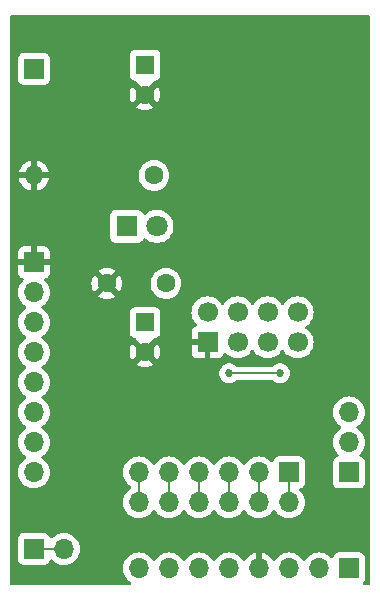
<source format=gbr>
%TF.GenerationSoftware,KiCad,Pcbnew,(7.0.0)*%
%TF.CreationDate,2024-08-26T11:17:35-04:00*%
%TF.ProjectId,nrf24l01_bob,6e726632-346c-4303-915f-626f622e6b69,rev?*%
%TF.SameCoordinates,Original*%
%TF.FileFunction,Copper,L2,Bot*%
%TF.FilePolarity,Positive*%
%FSLAX46Y46*%
G04 Gerber Fmt 4.6, Leading zero omitted, Abs format (unit mm)*
G04 Created by KiCad (PCBNEW (7.0.0)) date 2024-08-26 11:17:35*
%MOMM*%
%LPD*%
G01*
G04 APERTURE LIST*
%TA.AperFunction,ComponentPad*%
%ADD10C,1.600000*%
%TD*%
%TA.AperFunction,ComponentPad*%
%ADD11O,1.600000X1.600000*%
%TD*%
%TA.AperFunction,ComponentPad*%
%ADD12R,1.800000X1.800000*%
%TD*%
%TA.AperFunction,ComponentPad*%
%ADD13C,1.800000*%
%TD*%
%TA.AperFunction,ComponentPad*%
%ADD14R,1.600000X1.600000*%
%TD*%
%TA.AperFunction,ComponentPad*%
%ADD15O,1.700000X1.700000*%
%TD*%
%TA.AperFunction,ComponentPad*%
%ADD16R,1.700000X1.700000*%
%TD*%
%TA.AperFunction,ComponentPad*%
%ADD17C,1.700000*%
%TD*%
%TA.AperFunction,ViaPad*%
%ADD18C,0.685800*%
%TD*%
%TA.AperFunction,ViaPad*%
%ADD19C,1.270000*%
%TD*%
%TA.AperFunction,Conductor*%
%ADD20C,0.152400*%
%TD*%
G04 APERTURE END LIST*
D10*
%TO.P,R1,1*%
%TO.N,Net-(D1-K)*%
X135382000Y-93218000D03*
D11*
%TO.P,R1,2*%
%TO.N,GND*%
X125221999Y-93217999D03*
%TD*%
D12*
%TO.P,D1,1,K*%
%TO.N,Net-(D1-K)*%
X133090999Y-97535999D03*
D13*
%TO.P,D1,2,A*%
%TO.N,/nrf_3v3*%
X135631000Y-97536000D03*
%TD*%
D14*
%TO.P,C5,1*%
%TO.N,/ext_5v*%
X134619999Y-83884887D03*
D10*
%TO.P,C5,2*%
%TO.N,GND*%
X134620000Y-86384888D03*
%TD*%
%TO.P,C2,1*%
%TO.N,/nrf_3v3*%
X136398000Y-102362000D03*
%TO.P,C2,2*%
%TO.N,GND*%
X131398000Y-102362000D03*
%TD*%
D14*
%TO.P,C1,1*%
%TO.N,/nrf_3v3*%
X134619999Y-105663999D03*
D10*
%TO.P,C1,2*%
%TO.N,GND*%
X134620000Y-108164000D03*
%TD*%
D15*
%TO.P,J12,12,Pin_12*%
%TO.N,/irq*%
X134111999Y-120903999D03*
%TO.P,J12,11,Pin_11*%
X134111999Y-118363999D03*
%TO.P,J12,10,Pin_10*%
%TO.N,/ce*%
X136651999Y-120903999D03*
%TO.P,J12,9,Pin_9*%
X136651999Y-118363999D03*
%TO.P,J12,8,Pin_8*%
%TO.N,/mosi*%
X139191999Y-120903999D03*
%TO.P,J12,7,Pin_7*%
X139191999Y-118363999D03*
%TO.P,J12,6,Pin_6*%
%TO.N,/sck*%
X141731999Y-120903999D03*
%TO.P,J12,5,Pin_5*%
X141731999Y-118363999D03*
%TO.P,J12,4,Pin_4*%
%TO.N,/csn*%
X144271999Y-120903999D03*
%TO.P,J12,3,Pin_3*%
X144271999Y-118363999D03*
%TO.P,J12,2,Pin_2*%
%TO.N,/miso*%
X146811999Y-120903999D03*
D16*
%TO.P,J12,1,Pin_1*%
X146811999Y-118363999D03*
%TD*%
%TO.P,U1,1,GND*%
%TO.N,GND*%
X139916999Y-107352999D03*
D17*
%TO.P,U1,2,VCC*%
%TO.N,/nrf_3v3*%
X139917000Y-104813000D03*
%TO.P,U1,3,CE*%
%TO.N,/ce*%
X142457000Y-107353000D03*
%TO.P,U1,4,~{CSN}*%
%TO.N,/csn*%
X142457000Y-104813000D03*
%TO.P,U1,5,SCK*%
%TO.N,/sck*%
X144997000Y-107353000D03*
%TO.P,U1,6,MOSI*%
%TO.N,/mosi*%
X144997000Y-104813000D03*
%TO.P,U1,7,MISO*%
%TO.N,/miso*%
X147537000Y-107353000D03*
%TO.P,U1,8,IRQ*%
%TO.N,/irq*%
X147537000Y-104813000D03*
%TD*%
D16*
%TO.P,J11,1,Pin_1*%
%TO.N,/gpio*%
X125221999Y-124832999D03*
D15*
%TO.P,J11,2,Pin_2*%
X127761999Y-124832999D03*
%TD*%
D16*
%TO.P,J10,1,Pin_1*%
%TO.N,GND*%
X125221999Y-100583999D03*
D15*
%TO.P,J10,2,Pin_2*%
%TO.N,/gpio*%
X125221999Y-103123999D03*
%TO.P,J10,3,Pin_3*%
%TO.N,/irq*%
X125221999Y-105663999D03*
%TO.P,J10,4,Pin_4*%
%TO.N,/ce*%
X125221999Y-108203999D03*
%TO.P,J10,5,Pin_5*%
%TO.N,/csn*%
X125221999Y-110743999D03*
%TO.P,J10,6,Pin_6*%
%TO.N,/sck*%
X125221999Y-113283999D03*
%TO.P,J10,7,Pin_7*%
%TO.N,/miso*%
X125221999Y-115823999D03*
%TO.P,J10,8,Pin_8*%
%TO.N,/mosi*%
X125221999Y-118363999D03*
%TD*%
D16*
%TO.P,J9,1,Pin_1*%
%TO.N,/hdr_3v3*%
X151891999Y-118363999D03*
D15*
%TO.P,J9,2,Pin_2*%
%TO.N,/nrf_3v3*%
X151891999Y-115823999D03*
%TO.P,J9,3,Pin_3*%
%TO.N,/reg_3v3*%
X151891999Y-113283999D03*
%TD*%
D16*
%TO.P,J8,1,Pin_1*%
%TO.N,/ext_5v*%
X125221999Y-84192999D03*
%TD*%
D15*
%TO.P,J1,8,Pin_8*%
%TO.N,/irq*%
X134111999Y-126491999D03*
%TO.P,J1,7,Pin_7*%
%TO.N,/ce*%
X136651999Y-126491999D03*
%TO.P,J1,6,Pin_6*%
%TO.N,/mosi*%
X139191999Y-126491999D03*
%TO.P,J1,5,Pin_5*%
%TO.N,/sck*%
X141731999Y-126491999D03*
%TO.P,J1,4,Pin_4*%
%TO.N,GND*%
X144271999Y-126491999D03*
%TO.P,J1,3,Pin_3*%
%TO.N,/csn*%
X146811999Y-126491999D03*
%TO.P,J1,2,Pin_2*%
%TO.N,/miso*%
X149351999Y-126491999D03*
D16*
%TO.P,J1,1,Pin_1*%
%TO.N,/hdr_3v3*%
X151891999Y-126491999D03*
%TD*%
D18*
%TO.N,/irq*%
X146050000Y-109982000D03*
X141732000Y-109982000D03*
D19*
%TO.N,GND*%
X147574000Y-101346000D03*
X141478000Y-93726000D03*
%TD*%
D20*
%TO.N,/irq*%
X141732000Y-109982000D02*
X146050000Y-109982000D01*
X134112000Y-118364000D02*
X134112000Y-120904000D01*
%TO.N,/ce*%
X136652000Y-118364000D02*
X136652000Y-120904000D01*
%TO.N,/mosi*%
X139192000Y-118364000D02*
X139192000Y-120904000D01*
%TO.N,/sck*%
X141732000Y-118364000D02*
X141732000Y-120904000D01*
%TO.N,/csn*%
X144272000Y-118364000D02*
X144272000Y-120904000D01*
%TO.N,/miso*%
X146812000Y-118364000D02*
X146812000Y-120904000D01*
%TO.N,/gpio*%
X125222000Y-124833000D02*
X127762000Y-124833000D01*
%TD*%
%TA.AperFunction,Conductor*%
%TO.N,GND*%
G36*
X153607500Y-79638113D02*
G01*
X153652887Y-79683500D01*
X153669500Y-79745500D01*
X153669500Y-127756500D01*
X153652887Y-127818500D01*
X153607500Y-127863887D01*
X153545500Y-127880500D01*
X153211806Y-127880500D01*
X153146639Y-127861995D01*
X153100922Y-127812004D01*
X153088300Y-127745447D01*
X153112540Y-127682189D01*
X153180478Y-127591436D01*
X153180480Y-127591432D01*
X153185796Y-127584331D01*
X153236091Y-127449483D01*
X153242500Y-127389873D01*
X153242499Y-125594128D01*
X153236091Y-125534517D01*
X153185796Y-125399669D01*
X153099546Y-125284454D01*
X153009030Y-125216694D01*
X152991431Y-125203519D01*
X152991430Y-125203518D01*
X152984331Y-125198204D01*
X152877442Y-125158337D01*
X152856752Y-125150620D01*
X152856750Y-125150619D01*
X152849483Y-125147909D01*
X152841770Y-125147079D01*
X152841767Y-125147079D01*
X152793180Y-125141855D01*
X152793169Y-125141854D01*
X152789873Y-125141500D01*
X152786550Y-125141500D01*
X150997439Y-125141500D01*
X150997420Y-125141500D01*
X150994128Y-125141501D01*
X150990850Y-125141853D01*
X150990838Y-125141854D01*
X150942231Y-125147079D01*
X150942225Y-125147080D01*
X150934517Y-125147909D01*
X150927252Y-125150618D01*
X150927246Y-125150620D01*
X150807980Y-125195104D01*
X150807978Y-125195104D01*
X150799669Y-125198204D01*
X150792572Y-125203516D01*
X150792568Y-125203519D01*
X150691550Y-125279141D01*
X150691546Y-125279144D01*
X150684454Y-125284454D01*
X150679144Y-125291546D01*
X150679141Y-125291550D01*
X150603519Y-125392568D01*
X150603516Y-125392572D01*
X150598204Y-125399669D01*
X150595104Y-125407978D01*
X150595105Y-125407978D01*
X150549189Y-125531083D01*
X150514210Y-125581462D01*
X150459365Y-125608915D01*
X150398072Y-125606726D01*
X150345326Y-125575430D01*
X150227232Y-125457336D01*
X150227230Y-125457334D01*
X150223401Y-125453505D01*
X150218970Y-125450402D01*
X150218966Y-125450399D01*
X150034259Y-125321066D01*
X150034257Y-125321064D01*
X150029830Y-125317965D01*
X150024933Y-125315681D01*
X150024927Y-125315678D01*
X149820572Y-125220386D01*
X149820570Y-125220385D01*
X149815663Y-125218097D01*
X149810438Y-125216697D01*
X149810430Y-125216694D01*
X149592634Y-125158337D01*
X149592630Y-125158336D01*
X149587408Y-125156937D01*
X149582020Y-125156465D01*
X149582017Y-125156465D01*
X149357395Y-125136813D01*
X149352000Y-125136341D01*
X149346605Y-125136813D01*
X149121982Y-125156465D01*
X149121977Y-125156465D01*
X149116592Y-125156937D01*
X149111371Y-125158335D01*
X149111365Y-125158337D01*
X148893569Y-125216694D01*
X148893557Y-125216698D01*
X148888337Y-125218097D01*
X148883432Y-125220383D01*
X148883427Y-125220386D01*
X148679081Y-125315675D01*
X148679077Y-125315677D01*
X148674171Y-125317965D01*
X148669738Y-125321068D01*
X148669731Y-125321073D01*
X148485034Y-125450399D01*
X148485029Y-125450402D01*
X148480599Y-125453505D01*
X148476775Y-125457328D01*
X148476769Y-125457334D01*
X148317334Y-125616769D01*
X148317328Y-125616775D01*
X148313505Y-125620599D01*
X148310402Y-125625029D01*
X148310399Y-125625034D01*
X148183575Y-125806159D01*
X148139257Y-125845025D01*
X148082000Y-125859036D01*
X148024743Y-125845025D01*
X147980425Y-125806159D01*
X147936577Y-125743537D01*
X147850495Y-125620599D01*
X147683401Y-125453505D01*
X147678970Y-125450402D01*
X147678966Y-125450399D01*
X147494259Y-125321066D01*
X147494257Y-125321064D01*
X147489830Y-125317965D01*
X147484933Y-125315681D01*
X147484927Y-125315678D01*
X147280572Y-125220386D01*
X147280570Y-125220385D01*
X147275663Y-125218097D01*
X147270438Y-125216697D01*
X147270430Y-125216694D01*
X147052634Y-125158337D01*
X147052630Y-125158336D01*
X147047408Y-125156937D01*
X147042020Y-125156465D01*
X147042017Y-125156465D01*
X146817395Y-125136813D01*
X146812000Y-125136341D01*
X146806605Y-125136813D01*
X146581982Y-125156465D01*
X146581977Y-125156465D01*
X146576592Y-125156937D01*
X146571371Y-125158335D01*
X146571365Y-125158337D01*
X146353569Y-125216694D01*
X146353557Y-125216698D01*
X146348337Y-125218097D01*
X146343432Y-125220383D01*
X146343427Y-125220386D01*
X146139081Y-125315675D01*
X146139077Y-125315677D01*
X146134171Y-125317965D01*
X146129738Y-125321068D01*
X146129731Y-125321073D01*
X145945034Y-125450399D01*
X145945029Y-125450402D01*
X145940599Y-125453505D01*
X145936775Y-125457328D01*
X145936769Y-125457334D01*
X145777334Y-125616769D01*
X145777328Y-125616775D01*
X145773505Y-125620599D01*
X145770403Y-125625028D01*
X145770403Y-125625029D01*
X145643269Y-125806596D01*
X145598951Y-125845461D01*
X145541694Y-125859472D01*
X145484437Y-125845461D01*
X145440119Y-125806595D01*
X145313215Y-125625357D01*
X145306280Y-125617092D01*
X145146909Y-125457721D01*
X145138643Y-125450784D01*
X144954008Y-125321501D01*
X144944676Y-125316113D01*
X144740397Y-125220856D01*
X144730263Y-125217168D01*
X144535780Y-125165056D01*
X144524551Y-125164688D01*
X144522000Y-125175631D01*
X144522000Y-126618000D01*
X144505387Y-126680000D01*
X144460000Y-126725387D01*
X144398000Y-126742000D01*
X144146000Y-126742000D01*
X144084000Y-126725387D01*
X144038613Y-126680000D01*
X144022000Y-126618000D01*
X144022000Y-125175631D01*
X144019448Y-125164688D01*
X144008219Y-125165056D01*
X143813736Y-125217168D01*
X143803602Y-125220856D01*
X143599332Y-125316110D01*
X143589982Y-125321508D01*
X143405357Y-125450784D01*
X143397092Y-125457719D01*
X143237719Y-125617092D01*
X143230788Y-125625352D01*
X143103880Y-125806596D01*
X143059562Y-125845461D01*
X143002305Y-125859472D01*
X142945048Y-125845461D01*
X142900730Y-125806595D01*
X142891853Y-125793917D01*
X142770495Y-125620599D01*
X142603401Y-125453505D01*
X142598970Y-125450402D01*
X142598966Y-125450399D01*
X142414259Y-125321066D01*
X142414257Y-125321064D01*
X142409830Y-125317965D01*
X142404933Y-125315681D01*
X142404927Y-125315678D01*
X142200572Y-125220386D01*
X142200570Y-125220385D01*
X142195663Y-125218097D01*
X142190438Y-125216697D01*
X142190430Y-125216694D01*
X141972634Y-125158337D01*
X141972630Y-125158336D01*
X141967408Y-125156937D01*
X141962020Y-125156465D01*
X141962017Y-125156465D01*
X141737395Y-125136813D01*
X141732000Y-125136341D01*
X141726605Y-125136813D01*
X141501982Y-125156465D01*
X141501977Y-125156465D01*
X141496592Y-125156937D01*
X141491371Y-125158335D01*
X141491365Y-125158337D01*
X141273569Y-125216694D01*
X141273557Y-125216698D01*
X141268337Y-125218097D01*
X141263432Y-125220383D01*
X141263427Y-125220386D01*
X141059081Y-125315675D01*
X141059077Y-125315677D01*
X141054171Y-125317965D01*
X141049738Y-125321068D01*
X141049731Y-125321073D01*
X140865034Y-125450399D01*
X140865029Y-125450402D01*
X140860599Y-125453505D01*
X140856775Y-125457328D01*
X140856769Y-125457334D01*
X140697334Y-125616769D01*
X140697328Y-125616775D01*
X140693505Y-125620599D01*
X140690402Y-125625029D01*
X140690399Y-125625034D01*
X140563575Y-125806159D01*
X140519257Y-125845025D01*
X140462000Y-125859036D01*
X140404743Y-125845025D01*
X140360425Y-125806159D01*
X140316577Y-125743537D01*
X140230495Y-125620599D01*
X140063401Y-125453505D01*
X140058970Y-125450402D01*
X140058966Y-125450399D01*
X139874259Y-125321066D01*
X139874257Y-125321064D01*
X139869830Y-125317965D01*
X139864933Y-125315681D01*
X139864927Y-125315678D01*
X139660572Y-125220386D01*
X139660570Y-125220385D01*
X139655663Y-125218097D01*
X139650438Y-125216697D01*
X139650430Y-125216694D01*
X139432634Y-125158337D01*
X139432630Y-125158336D01*
X139427408Y-125156937D01*
X139422020Y-125156465D01*
X139422017Y-125156465D01*
X139197395Y-125136813D01*
X139192000Y-125136341D01*
X139186605Y-125136813D01*
X138961982Y-125156465D01*
X138961977Y-125156465D01*
X138956592Y-125156937D01*
X138951371Y-125158335D01*
X138951365Y-125158337D01*
X138733569Y-125216694D01*
X138733557Y-125216698D01*
X138728337Y-125218097D01*
X138723432Y-125220383D01*
X138723427Y-125220386D01*
X138519081Y-125315675D01*
X138519077Y-125315677D01*
X138514171Y-125317965D01*
X138509738Y-125321068D01*
X138509731Y-125321073D01*
X138325034Y-125450399D01*
X138325029Y-125450402D01*
X138320599Y-125453505D01*
X138316775Y-125457328D01*
X138316769Y-125457334D01*
X138157334Y-125616769D01*
X138157328Y-125616775D01*
X138153505Y-125620599D01*
X138150402Y-125625029D01*
X138150399Y-125625034D01*
X138023575Y-125806159D01*
X137979257Y-125845025D01*
X137922000Y-125859036D01*
X137864743Y-125845025D01*
X137820425Y-125806159D01*
X137776577Y-125743537D01*
X137690495Y-125620599D01*
X137523401Y-125453505D01*
X137518970Y-125450402D01*
X137518966Y-125450399D01*
X137334259Y-125321066D01*
X137334257Y-125321064D01*
X137329830Y-125317965D01*
X137324933Y-125315681D01*
X137324927Y-125315678D01*
X137120572Y-125220386D01*
X137120570Y-125220385D01*
X137115663Y-125218097D01*
X137110438Y-125216697D01*
X137110430Y-125216694D01*
X136892634Y-125158337D01*
X136892630Y-125158336D01*
X136887408Y-125156937D01*
X136882020Y-125156465D01*
X136882017Y-125156465D01*
X136657395Y-125136813D01*
X136652000Y-125136341D01*
X136646605Y-125136813D01*
X136421982Y-125156465D01*
X136421977Y-125156465D01*
X136416592Y-125156937D01*
X136411371Y-125158335D01*
X136411365Y-125158337D01*
X136193569Y-125216694D01*
X136193557Y-125216698D01*
X136188337Y-125218097D01*
X136183432Y-125220383D01*
X136183427Y-125220386D01*
X135979081Y-125315675D01*
X135979077Y-125315677D01*
X135974171Y-125317965D01*
X135969738Y-125321068D01*
X135969731Y-125321073D01*
X135785034Y-125450399D01*
X135785029Y-125450402D01*
X135780599Y-125453505D01*
X135776775Y-125457328D01*
X135776769Y-125457334D01*
X135617334Y-125616769D01*
X135617328Y-125616775D01*
X135613505Y-125620599D01*
X135610402Y-125625029D01*
X135610399Y-125625034D01*
X135483575Y-125806159D01*
X135439257Y-125845025D01*
X135382000Y-125859036D01*
X135324743Y-125845025D01*
X135280425Y-125806159D01*
X135236577Y-125743537D01*
X135150495Y-125620599D01*
X134983401Y-125453505D01*
X134978970Y-125450402D01*
X134978966Y-125450399D01*
X134794259Y-125321066D01*
X134794257Y-125321064D01*
X134789830Y-125317965D01*
X134784933Y-125315681D01*
X134784927Y-125315678D01*
X134580572Y-125220386D01*
X134580570Y-125220385D01*
X134575663Y-125218097D01*
X134570438Y-125216697D01*
X134570430Y-125216694D01*
X134352634Y-125158337D01*
X134352630Y-125158336D01*
X134347408Y-125156937D01*
X134342020Y-125156465D01*
X134342017Y-125156465D01*
X134117395Y-125136813D01*
X134112000Y-125136341D01*
X134106605Y-125136813D01*
X133881982Y-125156465D01*
X133881977Y-125156465D01*
X133876592Y-125156937D01*
X133871371Y-125158335D01*
X133871365Y-125158337D01*
X133653569Y-125216694D01*
X133653557Y-125216698D01*
X133648337Y-125218097D01*
X133643432Y-125220383D01*
X133643427Y-125220386D01*
X133439081Y-125315675D01*
X133439077Y-125315677D01*
X133434171Y-125317965D01*
X133429738Y-125321068D01*
X133429731Y-125321073D01*
X133245034Y-125450399D01*
X133245029Y-125450402D01*
X133240599Y-125453505D01*
X133236775Y-125457328D01*
X133236769Y-125457334D01*
X133077334Y-125616769D01*
X133077328Y-125616775D01*
X133073505Y-125620599D01*
X133070402Y-125625029D01*
X133070399Y-125625034D01*
X132941073Y-125809731D01*
X132941068Y-125809738D01*
X132937965Y-125814171D01*
X132935677Y-125819077D01*
X132935675Y-125819081D01*
X132840386Y-126023427D01*
X132840383Y-126023432D01*
X132838097Y-126028337D01*
X132836698Y-126033557D01*
X132836694Y-126033569D01*
X132778337Y-126251365D01*
X132778335Y-126251371D01*
X132776937Y-126256592D01*
X132756341Y-126492000D01*
X132776937Y-126727408D01*
X132778336Y-126732630D01*
X132778337Y-126732634D01*
X132836694Y-126950430D01*
X132836697Y-126950438D01*
X132838097Y-126955663D01*
X132840385Y-126960570D01*
X132840386Y-126960572D01*
X132935678Y-127164927D01*
X132935681Y-127164933D01*
X132937965Y-127169830D01*
X132941064Y-127174257D01*
X132941066Y-127174259D01*
X133070399Y-127358966D01*
X133070402Y-127358970D01*
X133073505Y-127363401D01*
X133240599Y-127530495D01*
X133245031Y-127533598D01*
X133245033Y-127533600D01*
X133418303Y-127654925D01*
X133458630Y-127702142D01*
X133471009Y-127762990D01*
X133452337Y-127822210D01*
X133407295Y-127864953D01*
X133347179Y-127880500D01*
X123314500Y-127880500D01*
X123252500Y-127863887D01*
X123207113Y-127818500D01*
X123190500Y-127756500D01*
X123190500Y-125727578D01*
X123871500Y-125727578D01*
X123871501Y-125730872D01*
X123871853Y-125734150D01*
X123871854Y-125734161D01*
X123877079Y-125782768D01*
X123877080Y-125782773D01*
X123877909Y-125790483D01*
X123880619Y-125797749D01*
X123880620Y-125797753D01*
X123903640Y-125859472D01*
X123928204Y-125925331D01*
X123933518Y-125932430D01*
X123933519Y-125932431D01*
X123999048Y-126019967D01*
X124014454Y-126040546D01*
X124129669Y-126126796D01*
X124264517Y-126177091D01*
X124324127Y-126183500D01*
X126119872Y-126183499D01*
X126179483Y-126177091D01*
X126314331Y-126126796D01*
X126429546Y-126040546D01*
X126515796Y-125925331D01*
X126564810Y-125793916D01*
X126599789Y-125743537D01*
X126654634Y-125716084D01*
X126715927Y-125718273D01*
X126768672Y-125749568D01*
X126890599Y-125871495D01*
X126895031Y-125874598D01*
X126895033Y-125874600D01*
X127039260Y-125975589D01*
X127084170Y-126007035D01*
X127089070Y-126009320D01*
X127089072Y-126009321D01*
X127119323Y-126023427D01*
X127298337Y-126106903D01*
X127526592Y-126168063D01*
X127762000Y-126188659D01*
X127997408Y-126168063D01*
X128225663Y-126106903D01*
X128439830Y-126007035D01*
X128633401Y-125871495D01*
X128800495Y-125704401D01*
X128936035Y-125510830D01*
X129035903Y-125296663D01*
X129097063Y-125068408D01*
X129117659Y-124833000D01*
X129097063Y-124597592D01*
X129035903Y-124369337D01*
X128936035Y-124155171D01*
X128800495Y-123961599D01*
X128633401Y-123794505D01*
X128628970Y-123791402D01*
X128628966Y-123791399D01*
X128444259Y-123662066D01*
X128444257Y-123662064D01*
X128439830Y-123658965D01*
X128434933Y-123656681D01*
X128434927Y-123656678D01*
X128230572Y-123561386D01*
X128230570Y-123561385D01*
X128225663Y-123559097D01*
X128220438Y-123557697D01*
X128220430Y-123557694D01*
X128002634Y-123499337D01*
X128002630Y-123499336D01*
X127997408Y-123497937D01*
X127992020Y-123497465D01*
X127992017Y-123497465D01*
X127767395Y-123477813D01*
X127762000Y-123477341D01*
X127756605Y-123477813D01*
X127531982Y-123497465D01*
X127531977Y-123497465D01*
X127526592Y-123497937D01*
X127521371Y-123499335D01*
X127521365Y-123499337D01*
X127303569Y-123557694D01*
X127303557Y-123557698D01*
X127298337Y-123559097D01*
X127293432Y-123561383D01*
X127293427Y-123561386D01*
X127089081Y-123656675D01*
X127089077Y-123656677D01*
X127084171Y-123658965D01*
X127079738Y-123662068D01*
X127079731Y-123662073D01*
X126895034Y-123791399D01*
X126895029Y-123791402D01*
X126890599Y-123794505D01*
X126886774Y-123798329D01*
X126886775Y-123798329D01*
X126768673Y-123916431D01*
X126715926Y-123947726D01*
X126654633Y-123949915D01*
X126599789Y-123922462D01*
X126564810Y-123872082D01*
X126537304Y-123798336D01*
X126515796Y-123740669D01*
X126429546Y-123625454D01*
X126339030Y-123557694D01*
X126321431Y-123544519D01*
X126321430Y-123544518D01*
X126314331Y-123539204D01*
X126207442Y-123499337D01*
X126186752Y-123491620D01*
X126186750Y-123491619D01*
X126179483Y-123488909D01*
X126171770Y-123488079D01*
X126171767Y-123488079D01*
X126123180Y-123482855D01*
X126123169Y-123482854D01*
X126119873Y-123482500D01*
X126116550Y-123482500D01*
X124327439Y-123482500D01*
X124327420Y-123482500D01*
X124324128Y-123482501D01*
X124320850Y-123482853D01*
X124320838Y-123482854D01*
X124272231Y-123488079D01*
X124272225Y-123488080D01*
X124264517Y-123488909D01*
X124257252Y-123491618D01*
X124257246Y-123491620D01*
X124137980Y-123536104D01*
X124137978Y-123536104D01*
X124129669Y-123539204D01*
X124122572Y-123544516D01*
X124122568Y-123544519D01*
X124021550Y-123620141D01*
X124021546Y-123620144D01*
X124014454Y-123625454D01*
X124009144Y-123632546D01*
X124009141Y-123632550D01*
X123933519Y-123733568D01*
X123933516Y-123733572D01*
X123928204Y-123740669D01*
X123925104Y-123748978D01*
X123925104Y-123748980D01*
X123880620Y-123868247D01*
X123880619Y-123868250D01*
X123877909Y-123875517D01*
X123877079Y-123883227D01*
X123877079Y-123883232D01*
X123871855Y-123931819D01*
X123871854Y-123931831D01*
X123871500Y-123935127D01*
X123871500Y-123938448D01*
X123871500Y-123938449D01*
X123871500Y-125727560D01*
X123871500Y-125727578D01*
X123190500Y-125727578D01*
X123190500Y-120904000D01*
X132756341Y-120904000D01*
X132776937Y-121139408D01*
X132778336Y-121144630D01*
X132778337Y-121144634D01*
X132836694Y-121362430D01*
X132836697Y-121362438D01*
X132838097Y-121367663D01*
X132840385Y-121372570D01*
X132840386Y-121372572D01*
X132935678Y-121576927D01*
X132935681Y-121576933D01*
X132937965Y-121581830D01*
X132941064Y-121586257D01*
X132941066Y-121586259D01*
X133070399Y-121770966D01*
X133070402Y-121770970D01*
X133073505Y-121775401D01*
X133240599Y-121942495D01*
X133434170Y-122078035D01*
X133648337Y-122177903D01*
X133876592Y-122239063D01*
X134112000Y-122259659D01*
X134347408Y-122239063D01*
X134575663Y-122177903D01*
X134789830Y-122078035D01*
X134983401Y-121942495D01*
X135150495Y-121775401D01*
X135280424Y-121589842D01*
X135324743Y-121550976D01*
X135382000Y-121536965D01*
X135439257Y-121550976D01*
X135483575Y-121589842D01*
X135610395Y-121770961D01*
X135610401Y-121770968D01*
X135613505Y-121775401D01*
X135780599Y-121942495D01*
X135974170Y-122078035D01*
X136188337Y-122177903D01*
X136416592Y-122239063D01*
X136652000Y-122259659D01*
X136887408Y-122239063D01*
X137115663Y-122177903D01*
X137329830Y-122078035D01*
X137523401Y-121942495D01*
X137690495Y-121775401D01*
X137820424Y-121589842D01*
X137864743Y-121550976D01*
X137922000Y-121536965D01*
X137979257Y-121550976D01*
X138023575Y-121589842D01*
X138150395Y-121770961D01*
X138150401Y-121770968D01*
X138153505Y-121775401D01*
X138320599Y-121942495D01*
X138514170Y-122078035D01*
X138728337Y-122177903D01*
X138956592Y-122239063D01*
X139192000Y-122259659D01*
X139427408Y-122239063D01*
X139655663Y-122177903D01*
X139869830Y-122078035D01*
X140063401Y-121942495D01*
X140230495Y-121775401D01*
X140360424Y-121589842D01*
X140404743Y-121550976D01*
X140462000Y-121536965D01*
X140519257Y-121550976D01*
X140563575Y-121589842D01*
X140690395Y-121770961D01*
X140690401Y-121770968D01*
X140693505Y-121775401D01*
X140860599Y-121942495D01*
X141054170Y-122078035D01*
X141268337Y-122177903D01*
X141496592Y-122239063D01*
X141732000Y-122259659D01*
X141967408Y-122239063D01*
X142195663Y-122177903D01*
X142409830Y-122078035D01*
X142603401Y-121942495D01*
X142770495Y-121775401D01*
X142900424Y-121589842D01*
X142944743Y-121550976D01*
X143002000Y-121536965D01*
X143059257Y-121550976D01*
X143103575Y-121589842D01*
X143230395Y-121770961D01*
X143230401Y-121770968D01*
X143233505Y-121775401D01*
X143400599Y-121942495D01*
X143594170Y-122078035D01*
X143808337Y-122177903D01*
X144036592Y-122239063D01*
X144272000Y-122259659D01*
X144507408Y-122239063D01*
X144735663Y-122177903D01*
X144949830Y-122078035D01*
X145143401Y-121942495D01*
X145310495Y-121775401D01*
X145440424Y-121589842D01*
X145484743Y-121550976D01*
X145542000Y-121536965D01*
X145599257Y-121550976D01*
X145643575Y-121589842D01*
X145770395Y-121770961D01*
X145770401Y-121770968D01*
X145773505Y-121775401D01*
X145940599Y-121942495D01*
X146134170Y-122078035D01*
X146348337Y-122177903D01*
X146576592Y-122239063D01*
X146812000Y-122259659D01*
X147047408Y-122239063D01*
X147275663Y-122177903D01*
X147489830Y-122078035D01*
X147683401Y-121942495D01*
X147850495Y-121775401D01*
X147986035Y-121581830D01*
X148085903Y-121367663D01*
X148147063Y-121139408D01*
X148167659Y-120904000D01*
X148147063Y-120668592D01*
X148085903Y-120440337D01*
X147986035Y-120226171D01*
X147850495Y-120032599D01*
X147728569Y-119910673D01*
X147697273Y-119857927D01*
X147695084Y-119796634D01*
X147722537Y-119741789D01*
X147772916Y-119706810D01*
X147904331Y-119657796D01*
X148019546Y-119571546D01*
X148105796Y-119456331D01*
X148156091Y-119321483D01*
X148162500Y-119261873D01*
X148162499Y-117466128D01*
X148156091Y-117406517D01*
X148105796Y-117271669D01*
X148019546Y-117156454D01*
X147929030Y-117088694D01*
X147911431Y-117075519D01*
X147911430Y-117075518D01*
X147904331Y-117070204D01*
X147797442Y-117030337D01*
X147776752Y-117022620D01*
X147776750Y-117022619D01*
X147769483Y-117019909D01*
X147761770Y-117019079D01*
X147761767Y-117019079D01*
X147713180Y-117013855D01*
X147713169Y-117013854D01*
X147709873Y-117013500D01*
X147706550Y-117013500D01*
X145917439Y-117013500D01*
X145917420Y-117013500D01*
X145914128Y-117013501D01*
X145910850Y-117013853D01*
X145910838Y-117013854D01*
X145862231Y-117019079D01*
X145862225Y-117019080D01*
X145854517Y-117019909D01*
X145847252Y-117022618D01*
X145847246Y-117022620D01*
X145727980Y-117067104D01*
X145727978Y-117067104D01*
X145719669Y-117070204D01*
X145712572Y-117075516D01*
X145712568Y-117075519D01*
X145611550Y-117151141D01*
X145611546Y-117151144D01*
X145604454Y-117156454D01*
X145599144Y-117163546D01*
X145599141Y-117163550D01*
X145523519Y-117264568D01*
X145523516Y-117264572D01*
X145518204Y-117271669D01*
X145515104Y-117279978D01*
X145515105Y-117279978D01*
X145469189Y-117403083D01*
X145434210Y-117453462D01*
X145379365Y-117480915D01*
X145318072Y-117478726D01*
X145265326Y-117447430D01*
X145147232Y-117329336D01*
X145147230Y-117329334D01*
X145143401Y-117325505D01*
X145138970Y-117322402D01*
X145138966Y-117322399D01*
X144954259Y-117193066D01*
X144954257Y-117193064D01*
X144949830Y-117189965D01*
X144944933Y-117187681D01*
X144944927Y-117187678D01*
X144740572Y-117092386D01*
X144740570Y-117092385D01*
X144735663Y-117090097D01*
X144730438Y-117088697D01*
X144730430Y-117088694D01*
X144512634Y-117030337D01*
X144512630Y-117030336D01*
X144507408Y-117028937D01*
X144502020Y-117028465D01*
X144502017Y-117028465D01*
X144277395Y-117008813D01*
X144272000Y-117008341D01*
X144266605Y-117008813D01*
X144041982Y-117028465D01*
X144041977Y-117028465D01*
X144036592Y-117028937D01*
X144031371Y-117030335D01*
X144031365Y-117030337D01*
X143813569Y-117088694D01*
X143813557Y-117088698D01*
X143808337Y-117090097D01*
X143803432Y-117092383D01*
X143803427Y-117092386D01*
X143599081Y-117187675D01*
X143599077Y-117187677D01*
X143594171Y-117189965D01*
X143589738Y-117193068D01*
X143589731Y-117193073D01*
X143405034Y-117322399D01*
X143405029Y-117322402D01*
X143400599Y-117325505D01*
X143396775Y-117329328D01*
X143396769Y-117329334D01*
X143237334Y-117488769D01*
X143237328Y-117488775D01*
X143233505Y-117492599D01*
X143230402Y-117497029D01*
X143230399Y-117497034D01*
X143103575Y-117678159D01*
X143059257Y-117717025D01*
X143002000Y-117731036D01*
X142944743Y-117717025D01*
X142900425Y-117678159D01*
X142773600Y-117497034D01*
X142770495Y-117492599D01*
X142603401Y-117325505D01*
X142598970Y-117322402D01*
X142598966Y-117322399D01*
X142414259Y-117193066D01*
X142414257Y-117193064D01*
X142409830Y-117189965D01*
X142404933Y-117187681D01*
X142404927Y-117187678D01*
X142200572Y-117092386D01*
X142200570Y-117092385D01*
X142195663Y-117090097D01*
X142190438Y-117088697D01*
X142190430Y-117088694D01*
X141972634Y-117030337D01*
X141972630Y-117030336D01*
X141967408Y-117028937D01*
X141962020Y-117028465D01*
X141962017Y-117028465D01*
X141737395Y-117008813D01*
X141732000Y-117008341D01*
X141726605Y-117008813D01*
X141501982Y-117028465D01*
X141501977Y-117028465D01*
X141496592Y-117028937D01*
X141491371Y-117030335D01*
X141491365Y-117030337D01*
X141273569Y-117088694D01*
X141273557Y-117088698D01*
X141268337Y-117090097D01*
X141263432Y-117092383D01*
X141263427Y-117092386D01*
X141059081Y-117187675D01*
X141059077Y-117187677D01*
X141054171Y-117189965D01*
X141049738Y-117193068D01*
X141049731Y-117193073D01*
X140865034Y-117322399D01*
X140865029Y-117322402D01*
X140860599Y-117325505D01*
X140856775Y-117329328D01*
X140856769Y-117329334D01*
X140697334Y-117488769D01*
X140697328Y-117488775D01*
X140693505Y-117492599D01*
X140690402Y-117497029D01*
X140690399Y-117497034D01*
X140563575Y-117678159D01*
X140519257Y-117717025D01*
X140462000Y-117731036D01*
X140404743Y-117717025D01*
X140360425Y-117678159D01*
X140233600Y-117497034D01*
X140230495Y-117492599D01*
X140063401Y-117325505D01*
X140058970Y-117322402D01*
X140058966Y-117322399D01*
X139874259Y-117193066D01*
X139874257Y-117193064D01*
X139869830Y-117189965D01*
X139864933Y-117187681D01*
X139864927Y-117187678D01*
X139660572Y-117092386D01*
X139660570Y-117092385D01*
X139655663Y-117090097D01*
X139650438Y-117088697D01*
X139650430Y-117088694D01*
X139432634Y-117030337D01*
X139432630Y-117030336D01*
X139427408Y-117028937D01*
X139422020Y-117028465D01*
X139422017Y-117028465D01*
X139197395Y-117008813D01*
X139192000Y-117008341D01*
X139186605Y-117008813D01*
X138961982Y-117028465D01*
X138961977Y-117028465D01*
X138956592Y-117028937D01*
X138951371Y-117030335D01*
X138951365Y-117030337D01*
X138733569Y-117088694D01*
X138733557Y-117088698D01*
X138728337Y-117090097D01*
X138723432Y-117092383D01*
X138723427Y-117092386D01*
X138519081Y-117187675D01*
X138519077Y-117187677D01*
X138514171Y-117189965D01*
X138509738Y-117193068D01*
X138509731Y-117193073D01*
X138325034Y-117322399D01*
X138325029Y-117322402D01*
X138320599Y-117325505D01*
X138316775Y-117329328D01*
X138316769Y-117329334D01*
X138157334Y-117488769D01*
X138157328Y-117488775D01*
X138153505Y-117492599D01*
X138150402Y-117497029D01*
X138150399Y-117497034D01*
X138023575Y-117678159D01*
X137979257Y-117717025D01*
X137922000Y-117731036D01*
X137864743Y-117717025D01*
X137820425Y-117678159D01*
X137693600Y-117497034D01*
X137690495Y-117492599D01*
X137523401Y-117325505D01*
X137518970Y-117322402D01*
X137518966Y-117322399D01*
X137334259Y-117193066D01*
X137334257Y-117193064D01*
X137329830Y-117189965D01*
X137324933Y-117187681D01*
X137324927Y-117187678D01*
X137120572Y-117092386D01*
X137120570Y-117092385D01*
X137115663Y-117090097D01*
X137110438Y-117088697D01*
X137110430Y-117088694D01*
X136892634Y-117030337D01*
X136892630Y-117030336D01*
X136887408Y-117028937D01*
X136882020Y-117028465D01*
X136882017Y-117028465D01*
X136657395Y-117008813D01*
X136652000Y-117008341D01*
X136646605Y-117008813D01*
X136421982Y-117028465D01*
X136421977Y-117028465D01*
X136416592Y-117028937D01*
X136411371Y-117030335D01*
X136411365Y-117030337D01*
X136193569Y-117088694D01*
X136193557Y-117088698D01*
X136188337Y-117090097D01*
X136183432Y-117092383D01*
X136183427Y-117092386D01*
X135979081Y-117187675D01*
X135979077Y-117187677D01*
X135974171Y-117189965D01*
X135969738Y-117193068D01*
X135969731Y-117193073D01*
X135785034Y-117322399D01*
X135785029Y-117322402D01*
X135780599Y-117325505D01*
X135776775Y-117329328D01*
X135776769Y-117329334D01*
X135617334Y-117488769D01*
X135617328Y-117488775D01*
X135613505Y-117492599D01*
X135610402Y-117497029D01*
X135610399Y-117497034D01*
X135483575Y-117678159D01*
X135439257Y-117717025D01*
X135382000Y-117731036D01*
X135324743Y-117717025D01*
X135280425Y-117678159D01*
X135153600Y-117497034D01*
X135150495Y-117492599D01*
X134983401Y-117325505D01*
X134978970Y-117322402D01*
X134978966Y-117322399D01*
X134794259Y-117193066D01*
X134794257Y-117193064D01*
X134789830Y-117189965D01*
X134784933Y-117187681D01*
X134784927Y-117187678D01*
X134580572Y-117092386D01*
X134580570Y-117092385D01*
X134575663Y-117090097D01*
X134570438Y-117088697D01*
X134570430Y-117088694D01*
X134352634Y-117030337D01*
X134352630Y-117030336D01*
X134347408Y-117028937D01*
X134342020Y-117028465D01*
X134342017Y-117028465D01*
X134117395Y-117008813D01*
X134112000Y-117008341D01*
X134106605Y-117008813D01*
X133881982Y-117028465D01*
X133881977Y-117028465D01*
X133876592Y-117028937D01*
X133871371Y-117030335D01*
X133871365Y-117030337D01*
X133653569Y-117088694D01*
X133653557Y-117088698D01*
X133648337Y-117090097D01*
X133643432Y-117092383D01*
X133643427Y-117092386D01*
X133439081Y-117187675D01*
X133439077Y-117187677D01*
X133434171Y-117189965D01*
X133429738Y-117193068D01*
X133429731Y-117193073D01*
X133245034Y-117322399D01*
X133245029Y-117322402D01*
X133240599Y-117325505D01*
X133236775Y-117329328D01*
X133236769Y-117329334D01*
X133077334Y-117488769D01*
X133077328Y-117488775D01*
X133073505Y-117492599D01*
X133070402Y-117497029D01*
X133070399Y-117497034D01*
X132941073Y-117681731D01*
X132941068Y-117681738D01*
X132937965Y-117686171D01*
X132935677Y-117691077D01*
X132935675Y-117691081D01*
X132840386Y-117895427D01*
X132840383Y-117895432D01*
X132838097Y-117900337D01*
X132836698Y-117905557D01*
X132836694Y-117905569D01*
X132778337Y-118123365D01*
X132778335Y-118123371D01*
X132776937Y-118128592D01*
X132756341Y-118364000D01*
X132776937Y-118599408D01*
X132778336Y-118604630D01*
X132778337Y-118604634D01*
X132836694Y-118822430D01*
X132836697Y-118822438D01*
X132838097Y-118827663D01*
X132840385Y-118832570D01*
X132840386Y-118832572D01*
X132935678Y-119036927D01*
X132935681Y-119036933D01*
X132937965Y-119041830D01*
X132941064Y-119046257D01*
X132941066Y-119046259D01*
X133070399Y-119230966D01*
X133070402Y-119230970D01*
X133073505Y-119235401D01*
X133240599Y-119402495D01*
X133245032Y-119405599D01*
X133245038Y-119405604D01*
X133426158Y-119532425D01*
X133465024Y-119576743D01*
X133479035Y-119634000D01*
X133465024Y-119691257D01*
X133426159Y-119735575D01*
X133245041Y-119862395D01*
X133240599Y-119865505D01*
X133236775Y-119869328D01*
X133236769Y-119869334D01*
X133077334Y-120028769D01*
X133077328Y-120028775D01*
X133073505Y-120032599D01*
X133070402Y-120037029D01*
X133070399Y-120037034D01*
X132941073Y-120221731D01*
X132941068Y-120221738D01*
X132937965Y-120226171D01*
X132935677Y-120231077D01*
X132935675Y-120231081D01*
X132840386Y-120435427D01*
X132840383Y-120435432D01*
X132838097Y-120440337D01*
X132836698Y-120445557D01*
X132836694Y-120445569D01*
X132778337Y-120663365D01*
X132778335Y-120663371D01*
X132776937Y-120668592D01*
X132756341Y-120904000D01*
X123190500Y-120904000D01*
X123190500Y-118364000D01*
X123866341Y-118364000D01*
X123886937Y-118599408D01*
X123888336Y-118604630D01*
X123888337Y-118604634D01*
X123946694Y-118822430D01*
X123946697Y-118822438D01*
X123948097Y-118827663D01*
X123950385Y-118832570D01*
X123950386Y-118832572D01*
X124045678Y-119036927D01*
X124045681Y-119036933D01*
X124047965Y-119041830D01*
X124051064Y-119046257D01*
X124051066Y-119046259D01*
X124180399Y-119230966D01*
X124180402Y-119230970D01*
X124183505Y-119235401D01*
X124350599Y-119402495D01*
X124355031Y-119405598D01*
X124355033Y-119405600D01*
X124499260Y-119506589D01*
X124544170Y-119538035D01*
X124758337Y-119637903D01*
X124986592Y-119699063D01*
X125222000Y-119719659D01*
X125457408Y-119699063D01*
X125685663Y-119637903D01*
X125899830Y-119538035D01*
X126093401Y-119402495D01*
X126260495Y-119235401D01*
X126396035Y-119041830D01*
X126495903Y-118827663D01*
X126557063Y-118599408D01*
X126577659Y-118364000D01*
X126557063Y-118128592D01*
X126495903Y-117900337D01*
X126396035Y-117686171D01*
X126260495Y-117492599D01*
X126093401Y-117325505D01*
X126088970Y-117322402D01*
X126088966Y-117322399D01*
X125907841Y-117195574D01*
X125868976Y-117151256D01*
X125854965Y-117093999D01*
X125868976Y-117036742D01*
X125907839Y-116992426D01*
X126093401Y-116862495D01*
X126260495Y-116695401D01*
X126396035Y-116501830D01*
X126495903Y-116287663D01*
X126557063Y-116059408D01*
X126577659Y-115824000D01*
X150536341Y-115824000D01*
X150556937Y-116059408D01*
X150558336Y-116064630D01*
X150558337Y-116064634D01*
X150616694Y-116282430D01*
X150616697Y-116282438D01*
X150618097Y-116287663D01*
X150620385Y-116292570D01*
X150620386Y-116292572D01*
X150715678Y-116496927D01*
X150715681Y-116496933D01*
X150717965Y-116501830D01*
X150721064Y-116506257D01*
X150721066Y-116506259D01*
X150850399Y-116690966D01*
X150850402Y-116690970D01*
X150853505Y-116695401D01*
X150857335Y-116699231D01*
X150857336Y-116699232D01*
X150975430Y-116817326D01*
X151006726Y-116870072D01*
X151008915Y-116931365D01*
X150981462Y-116986210D01*
X150931083Y-117021189D01*
X150815702Y-117064223D01*
X150799669Y-117070204D01*
X150792572Y-117075516D01*
X150792568Y-117075519D01*
X150691550Y-117151141D01*
X150691546Y-117151144D01*
X150684454Y-117156454D01*
X150679144Y-117163546D01*
X150679141Y-117163550D01*
X150603519Y-117264568D01*
X150603516Y-117264572D01*
X150598204Y-117271669D01*
X150595104Y-117279978D01*
X150595104Y-117279980D01*
X150550620Y-117399247D01*
X150550619Y-117399250D01*
X150547909Y-117406517D01*
X150547079Y-117414227D01*
X150547079Y-117414232D01*
X150541855Y-117462819D01*
X150541854Y-117462831D01*
X150541500Y-117466127D01*
X150541500Y-117469448D01*
X150541500Y-117469449D01*
X150541500Y-119258560D01*
X150541500Y-119258578D01*
X150541501Y-119261872D01*
X150541853Y-119265150D01*
X150541854Y-119265161D01*
X150547079Y-119313768D01*
X150547080Y-119313773D01*
X150547909Y-119321483D01*
X150550619Y-119328749D01*
X150550620Y-119328753D01*
X150576695Y-119398663D01*
X150598204Y-119456331D01*
X150603518Y-119463430D01*
X150603519Y-119463431D01*
X150659367Y-119538035D01*
X150684454Y-119571546D01*
X150799669Y-119657796D01*
X150934517Y-119708091D01*
X150994127Y-119714500D01*
X152789872Y-119714499D01*
X152849483Y-119708091D01*
X152984331Y-119657796D01*
X153099546Y-119571546D01*
X153185796Y-119456331D01*
X153236091Y-119321483D01*
X153242500Y-119261873D01*
X153242499Y-117466128D01*
X153236091Y-117406517D01*
X153185796Y-117271669D01*
X153099546Y-117156454D01*
X153009030Y-117088694D01*
X152991431Y-117075519D01*
X152991430Y-117075518D01*
X152984331Y-117070204D01*
X152914359Y-117044106D01*
X152852916Y-117021189D01*
X152802537Y-116986210D01*
X152775084Y-116931365D01*
X152777273Y-116870072D01*
X152808566Y-116817329D01*
X152930495Y-116695401D01*
X153066035Y-116501830D01*
X153165903Y-116287663D01*
X153227063Y-116059408D01*
X153247659Y-115824000D01*
X153227063Y-115588592D01*
X153165903Y-115360337D01*
X153066035Y-115146171D01*
X152930495Y-114952599D01*
X152763401Y-114785505D01*
X152758968Y-114782401D01*
X152758961Y-114782395D01*
X152577842Y-114655575D01*
X152538976Y-114611257D01*
X152524965Y-114554000D01*
X152538976Y-114496743D01*
X152577842Y-114452425D01*
X152758961Y-114325604D01*
X152758961Y-114325603D01*
X152763401Y-114322495D01*
X152930495Y-114155401D01*
X153066035Y-113961830D01*
X153165903Y-113747663D01*
X153227063Y-113519408D01*
X153247659Y-113284000D01*
X153227063Y-113048592D01*
X153165903Y-112820337D01*
X153066035Y-112606171D01*
X152930495Y-112412599D01*
X152763401Y-112245505D01*
X152758970Y-112242402D01*
X152758966Y-112242399D01*
X152574259Y-112113066D01*
X152574257Y-112113064D01*
X152569830Y-112109965D01*
X152564933Y-112107681D01*
X152564927Y-112107678D01*
X152360572Y-112012386D01*
X152360570Y-112012385D01*
X152355663Y-112010097D01*
X152350438Y-112008697D01*
X152350430Y-112008694D01*
X152132634Y-111950337D01*
X152132630Y-111950336D01*
X152127408Y-111948937D01*
X152122020Y-111948465D01*
X152122017Y-111948465D01*
X151897395Y-111928813D01*
X151892000Y-111928341D01*
X151886605Y-111928813D01*
X151661982Y-111948465D01*
X151661977Y-111948465D01*
X151656592Y-111948937D01*
X151651371Y-111950335D01*
X151651365Y-111950337D01*
X151433569Y-112008694D01*
X151433557Y-112008698D01*
X151428337Y-112010097D01*
X151423432Y-112012383D01*
X151423427Y-112012386D01*
X151219081Y-112107675D01*
X151219077Y-112107677D01*
X151214171Y-112109965D01*
X151209738Y-112113068D01*
X151209731Y-112113073D01*
X151025034Y-112242399D01*
X151025029Y-112242402D01*
X151020599Y-112245505D01*
X151016775Y-112249328D01*
X151016769Y-112249334D01*
X150857334Y-112408769D01*
X150857328Y-112408775D01*
X150853505Y-112412599D01*
X150850402Y-112417029D01*
X150850399Y-112417034D01*
X150721073Y-112601731D01*
X150721068Y-112601738D01*
X150717965Y-112606171D01*
X150715677Y-112611077D01*
X150715675Y-112611081D01*
X150620386Y-112815427D01*
X150620383Y-112815432D01*
X150618097Y-112820337D01*
X150616698Y-112825557D01*
X150616694Y-112825569D01*
X150558337Y-113043365D01*
X150558335Y-113043371D01*
X150556937Y-113048592D01*
X150536341Y-113284000D01*
X150556937Y-113519408D01*
X150558336Y-113524630D01*
X150558337Y-113524634D01*
X150616694Y-113742430D01*
X150616697Y-113742438D01*
X150618097Y-113747663D01*
X150620385Y-113752570D01*
X150620386Y-113752572D01*
X150715678Y-113956927D01*
X150715681Y-113956933D01*
X150717965Y-113961830D01*
X150721064Y-113966257D01*
X150721066Y-113966259D01*
X150850399Y-114150966D01*
X150850402Y-114150970D01*
X150853505Y-114155401D01*
X151020599Y-114322495D01*
X151025032Y-114325599D01*
X151025038Y-114325604D01*
X151206158Y-114452425D01*
X151245024Y-114496743D01*
X151259035Y-114554000D01*
X151245024Y-114611257D01*
X151206159Y-114655575D01*
X151025041Y-114782395D01*
X151020599Y-114785505D01*
X151016775Y-114789328D01*
X151016769Y-114789334D01*
X150857334Y-114948769D01*
X150857328Y-114948775D01*
X150853505Y-114952599D01*
X150850402Y-114957029D01*
X150850399Y-114957034D01*
X150721073Y-115141731D01*
X150721068Y-115141738D01*
X150717965Y-115146171D01*
X150715677Y-115151077D01*
X150715675Y-115151081D01*
X150620386Y-115355427D01*
X150620383Y-115355432D01*
X150618097Y-115360337D01*
X150616698Y-115365557D01*
X150616694Y-115365569D01*
X150558337Y-115583365D01*
X150558335Y-115583371D01*
X150556937Y-115588592D01*
X150536341Y-115824000D01*
X126577659Y-115824000D01*
X126557063Y-115588592D01*
X126495903Y-115360337D01*
X126396035Y-115146171D01*
X126260495Y-114952599D01*
X126093401Y-114785505D01*
X126088968Y-114782401D01*
X126088961Y-114782395D01*
X125907842Y-114655575D01*
X125868976Y-114611257D01*
X125854965Y-114554000D01*
X125868976Y-114496743D01*
X125907842Y-114452425D01*
X126088961Y-114325604D01*
X126088961Y-114325603D01*
X126093401Y-114322495D01*
X126260495Y-114155401D01*
X126396035Y-113961830D01*
X126495903Y-113747663D01*
X126557063Y-113519408D01*
X126577659Y-113284000D01*
X126557063Y-113048592D01*
X126495903Y-112820337D01*
X126396035Y-112606171D01*
X126260495Y-112412599D01*
X126093401Y-112245505D01*
X126088968Y-112242401D01*
X126088961Y-112242395D01*
X125907842Y-112115575D01*
X125868976Y-112071257D01*
X125854965Y-112014000D01*
X125868976Y-111956743D01*
X125907842Y-111912425D01*
X126088961Y-111785604D01*
X126088961Y-111785603D01*
X126093401Y-111782495D01*
X126260495Y-111615401D01*
X126396035Y-111421830D01*
X126495903Y-111207663D01*
X126557063Y-110979408D01*
X126577659Y-110744000D01*
X126557063Y-110508592D01*
X126495903Y-110280337D01*
X126396035Y-110066171D01*
X126337098Y-109982000D01*
X140883954Y-109982000D01*
X140884633Y-109988460D01*
X140901806Y-110151857D01*
X140901807Y-110151864D01*
X140902486Y-110158319D01*
X140957271Y-110326931D01*
X141045916Y-110480469D01*
X141164546Y-110612221D01*
X141307977Y-110716429D01*
X141469939Y-110788540D01*
X141643355Y-110825400D01*
X141814142Y-110825400D01*
X141820645Y-110825400D01*
X141994061Y-110788540D01*
X142156023Y-110716429D01*
X142299454Y-110612221D01*
X142310704Y-110599726D01*
X142352420Y-110569420D01*
X142402854Y-110558700D01*
X145379146Y-110558700D01*
X145429580Y-110569420D01*
X145471295Y-110599726D01*
X145482546Y-110612221D01*
X145625977Y-110716429D01*
X145787939Y-110788540D01*
X145961355Y-110825400D01*
X146132142Y-110825400D01*
X146138645Y-110825400D01*
X146312061Y-110788540D01*
X146474023Y-110716429D01*
X146617454Y-110612221D01*
X146736084Y-110480469D01*
X146824729Y-110326931D01*
X146879514Y-110158319D01*
X146898046Y-109982000D01*
X146879514Y-109805681D01*
X146824729Y-109637069D01*
X146736084Y-109483531D01*
X146617454Y-109351779D01*
X146612195Y-109347958D01*
X146612194Y-109347957D01*
X146479281Y-109251391D01*
X146479280Y-109251390D01*
X146474023Y-109247571D01*
X146468085Y-109244927D01*
X146318003Y-109178105D01*
X146317998Y-109178103D01*
X146312061Y-109175460D01*
X146305705Y-109174109D01*
X146305699Y-109174107D01*
X146145008Y-109139952D01*
X146145003Y-109139951D01*
X146138645Y-109138600D01*
X145961355Y-109138600D01*
X145954997Y-109139951D01*
X145954991Y-109139952D01*
X145794300Y-109174107D01*
X145794291Y-109174109D01*
X145787939Y-109175460D01*
X145782004Y-109178102D01*
X145781996Y-109178105D01*
X145631914Y-109244927D01*
X145631909Y-109244929D01*
X145625977Y-109247571D01*
X145620723Y-109251387D01*
X145620718Y-109251391D01*
X145487804Y-109347958D01*
X145487799Y-109347962D01*
X145482546Y-109351779D01*
X145478202Y-109356603D01*
X145478198Y-109356607D01*
X145471295Y-109364274D01*
X145429580Y-109394580D01*
X145379146Y-109405300D01*
X142402854Y-109405300D01*
X142352420Y-109394580D01*
X142310705Y-109364274D01*
X142303801Y-109356607D01*
X142303802Y-109356607D01*
X142299454Y-109351779D01*
X142294193Y-109347957D01*
X142161281Y-109251391D01*
X142161280Y-109251390D01*
X142156023Y-109247571D01*
X142150085Y-109244927D01*
X142000003Y-109178105D01*
X141999998Y-109178103D01*
X141994061Y-109175460D01*
X141987705Y-109174109D01*
X141987699Y-109174107D01*
X141827008Y-109139952D01*
X141827003Y-109139951D01*
X141820645Y-109138600D01*
X141643355Y-109138600D01*
X141636997Y-109139951D01*
X141636991Y-109139952D01*
X141476300Y-109174107D01*
X141476291Y-109174109D01*
X141469939Y-109175460D01*
X141464004Y-109178102D01*
X141463996Y-109178105D01*
X141313914Y-109244927D01*
X141313909Y-109244929D01*
X141307977Y-109247571D01*
X141302723Y-109251387D01*
X141302718Y-109251391D01*
X141169805Y-109347957D01*
X141169798Y-109347962D01*
X141164546Y-109351779D01*
X141160201Y-109356604D01*
X141160196Y-109356609D01*
X141116355Y-109405300D01*
X141045916Y-109483531D01*
X141042671Y-109489151D01*
X141042667Y-109489157D01*
X140960519Y-109631442D01*
X140960516Y-109631447D01*
X140957271Y-109637069D01*
X140955265Y-109643241D01*
X140955263Y-109643247D01*
X140933790Y-109709336D01*
X140902486Y-109805681D01*
X140901807Y-109812133D01*
X140901806Y-109812142D01*
X140894986Y-109877034D01*
X140883954Y-109982000D01*
X126337098Y-109982000D01*
X126260495Y-109872599D01*
X126093401Y-109705505D01*
X126088968Y-109702401D01*
X126088961Y-109702395D01*
X125907842Y-109575575D01*
X125868976Y-109531257D01*
X125854965Y-109474000D01*
X125868976Y-109416743D01*
X125907842Y-109372425D01*
X126088961Y-109245604D01*
X126088961Y-109245603D01*
X126093104Y-109242703D01*
X133898217Y-109242703D01*
X133905650Y-109250814D01*
X133963077Y-109291025D01*
X133972427Y-109296423D01*
X134168768Y-109387979D01*
X134178902Y-109391667D01*
X134388162Y-109447739D01*
X134398793Y-109449613D01*
X134614605Y-109468494D01*
X134625395Y-109468494D01*
X134841206Y-109449613D01*
X134851837Y-109447739D01*
X135061097Y-109391667D01*
X135071231Y-109387979D01*
X135267575Y-109296422D01*
X135276920Y-109291026D01*
X135334348Y-109250814D01*
X135341780Y-109242703D01*
X135335867Y-109233421D01*
X134631542Y-108529095D01*
X134620000Y-108522431D01*
X134608457Y-108529095D01*
X133904128Y-109233424D01*
X133898217Y-109242703D01*
X126093104Y-109242703D01*
X126093401Y-109242495D01*
X126260495Y-109075401D01*
X126396035Y-108881830D01*
X126495903Y-108667663D01*
X126557063Y-108439408D01*
X126577659Y-108204000D01*
X126574631Y-108169395D01*
X133315506Y-108169395D01*
X133334386Y-108385206D01*
X133336260Y-108395837D01*
X133392332Y-108605097D01*
X133396020Y-108615231D01*
X133487576Y-108811572D01*
X133492974Y-108820922D01*
X133533184Y-108878348D01*
X133541295Y-108885781D01*
X133550574Y-108879870D01*
X134254903Y-108175542D01*
X134261567Y-108164000D01*
X134978431Y-108164000D01*
X134985095Y-108175542D01*
X135689421Y-108879867D01*
X135698703Y-108885780D01*
X135706814Y-108878348D01*
X135747026Y-108820920D01*
X135752422Y-108811575D01*
X135843979Y-108615231D01*
X135847667Y-108605097D01*
X135903739Y-108395837D01*
X135905613Y-108385206D01*
X135917659Y-108247518D01*
X138567000Y-108247518D01*
X138567353Y-108254114D01*
X138572573Y-108302667D01*
X138576111Y-108317641D01*
X138620547Y-108436777D01*
X138628962Y-108452189D01*
X138704498Y-108553092D01*
X138716907Y-108565501D01*
X138817810Y-108641037D01*
X138833222Y-108649452D01*
X138952358Y-108693888D01*
X138967332Y-108697426D01*
X139015885Y-108702646D01*
X139022482Y-108703000D01*
X139650674Y-108703000D01*
X139663549Y-108699549D01*
X139667000Y-108686674D01*
X139667000Y-107619326D01*
X139663549Y-107606450D01*
X139650674Y-107603000D01*
X138583326Y-107603000D01*
X138570450Y-107606450D01*
X138567000Y-107619326D01*
X138567000Y-108247518D01*
X135917659Y-108247518D01*
X135924494Y-108169395D01*
X135924494Y-108158605D01*
X135905613Y-107942793D01*
X135903739Y-107932162D01*
X135847667Y-107722902D01*
X135843979Y-107712768D01*
X135752423Y-107516427D01*
X135747025Y-107507077D01*
X135706814Y-107449650D01*
X135698703Y-107442217D01*
X135689424Y-107448128D01*
X134985095Y-108152457D01*
X134978431Y-108164000D01*
X134261567Y-108164000D01*
X134254903Y-108152457D01*
X133550574Y-107448128D01*
X133541296Y-107442217D01*
X133533183Y-107449651D01*
X133492971Y-107507081D01*
X133487577Y-107516425D01*
X133396020Y-107712768D01*
X133392332Y-107722902D01*
X133336260Y-107932162D01*
X133334386Y-107942793D01*
X133315506Y-108158605D01*
X133315506Y-108169395D01*
X126574631Y-108169395D01*
X126557063Y-107968592D01*
X126495903Y-107740337D01*
X126396035Y-107526171D01*
X126260495Y-107332599D01*
X126093401Y-107165505D01*
X126088968Y-107162401D01*
X126088961Y-107162395D01*
X125907842Y-107035575D01*
X125868976Y-106991257D01*
X125854965Y-106934000D01*
X125868976Y-106876743D01*
X125907842Y-106832425D01*
X126088961Y-106705604D01*
X126088961Y-106705603D01*
X126093401Y-106702495D01*
X126260495Y-106535401D01*
X126279277Y-106508578D01*
X133319500Y-106508578D01*
X133319501Y-106511872D01*
X133319853Y-106515150D01*
X133319854Y-106515161D01*
X133325079Y-106563768D01*
X133325080Y-106563773D01*
X133325909Y-106571483D01*
X133328619Y-106578749D01*
X133328620Y-106578753D01*
X133361594Y-106667159D01*
X133376204Y-106706331D01*
X133381518Y-106713430D01*
X133381519Y-106713431D01*
X133386463Y-106720036D01*
X133462454Y-106821546D01*
X133577669Y-106907796D01*
X133712517Y-106958091D01*
X133772127Y-106964500D01*
X133775451Y-106964499D01*
X133778768Y-106964678D01*
X133778699Y-106965954D01*
X133830046Y-106978459D01*
X133874430Y-107017331D01*
X133895825Y-107072314D01*
X133897356Y-107083943D01*
X133904128Y-107094574D01*
X134608457Y-107798903D01*
X134620000Y-107805567D01*
X134631542Y-107798903D01*
X135335870Y-107094574D01*
X135342642Y-107083943D01*
X135344174Y-107072314D01*
X135365538Y-107017376D01*
X135409856Y-106978510D01*
X135461304Y-106965920D01*
X135461238Y-106964677D01*
X135464558Y-106964499D01*
X135467872Y-106964499D01*
X135527483Y-106958091D01*
X135662331Y-106907796D01*
X135777546Y-106821546D01*
X135863796Y-106706331D01*
X135914091Y-106571483D01*
X135920500Y-106511873D01*
X135920499Y-104816128D01*
X135920163Y-104813000D01*
X138561341Y-104813000D01*
X138581937Y-105048408D01*
X138583336Y-105053630D01*
X138583337Y-105053634D01*
X138641694Y-105271430D01*
X138641697Y-105271438D01*
X138643097Y-105276663D01*
X138645385Y-105281570D01*
X138645386Y-105281572D01*
X138740678Y-105485927D01*
X138740681Y-105485933D01*
X138742965Y-105490830D01*
X138746064Y-105495257D01*
X138746066Y-105495259D01*
X138875399Y-105679966D01*
X138875402Y-105679970D01*
X138878505Y-105684401D01*
X138882336Y-105688231D01*
X138882336Y-105688232D01*
X139000818Y-105806714D01*
X139032114Y-105859460D01*
X139034303Y-105920753D01*
X139006850Y-105975597D01*
X138956471Y-106010576D01*
X138833226Y-106056544D01*
X138817810Y-106064962D01*
X138716907Y-106140498D01*
X138704498Y-106152907D01*
X138628962Y-106253810D01*
X138620547Y-106269222D01*
X138576111Y-106388358D01*
X138572573Y-106403332D01*
X138567353Y-106451885D01*
X138567000Y-106458482D01*
X138567000Y-107086674D01*
X138570450Y-107099549D01*
X138583326Y-107103000D01*
X140043000Y-107103000D01*
X140105000Y-107119613D01*
X140150387Y-107165000D01*
X140167000Y-107227000D01*
X140167000Y-108686674D01*
X140170450Y-108699549D01*
X140183326Y-108703000D01*
X140811518Y-108703000D01*
X140818114Y-108702646D01*
X140866667Y-108697426D01*
X140881641Y-108693888D01*
X141000777Y-108649452D01*
X141016189Y-108641037D01*
X141117092Y-108565501D01*
X141129501Y-108553092D01*
X141205037Y-108452189D01*
X141213452Y-108436777D01*
X141259422Y-108313529D01*
X141294401Y-108263149D01*
X141349246Y-108235696D01*
X141410539Y-108237885D01*
X141463285Y-108269180D01*
X141585599Y-108391495D01*
X141590031Y-108394598D01*
X141590033Y-108394600D01*
X141650268Y-108436777D01*
X141779170Y-108527035D01*
X141993337Y-108626903D01*
X142221592Y-108688063D01*
X142457000Y-108708659D01*
X142692408Y-108688063D01*
X142920663Y-108626903D01*
X143134830Y-108527035D01*
X143328401Y-108391495D01*
X143495495Y-108224401D01*
X143529707Y-108175542D01*
X143625425Y-108038842D01*
X143669743Y-107999976D01*
X143727000Y-107985965D01*
X143784257Y-107999976D01*
X143828575Y-108038842D01*
X143955395Y-108219961D01*
X143955401Y-108219968D01*
X143958505Y-108224401D01*
X144125599Y-108391495D01*
X144130031Y-108394598D01*
X144130033Y-108394600D01*
X144190268Y-108436777D01*
X144319170Y-108527035D01*
X144533337Y-108626903D01*
X144761592Y-108688063D01*
X144997000Y-108708659D01*
X145232408Y-108688063D01*
X145460663Y-108626903D01*
X145674830Y-108527035D01*
X145868401Y-108391495D01*
X146035495Y-108224401D01*
X146069707Y-108175542D01*
X146165425Y-108038842D01*
X146209743Y-107999976D01*
X146267000Y-107985965D01*
X146324257Y-107999976D01*
X146368575Y-108038842D01*
X146495395Y-108219961D01*
X146495401Y-108219968D01*
X146498505Y-108224401D01*
X146665599Y-108391495D01*
X146670031Y-108394598D01*
X146670033Y-108394600D01*
X146730268Y-108436777D01*
X146859170Y-108527035D01*
X147073337Y-108626903D01*
X147301592Y-108688063D01*
X147537000Y-108708659D01*
X147772408Y-108688063D01*
X148000663Y-108626903D01*
X148214830Y-108527035D01*
X148408401Y-108391495D01*
X148575495Y-108224401D01*
X148711035Y-108030830D01*
X148810903Y-107816663D01*
X148872063Y-107588408D01*
X148892659Y-107353000D01*
X148872063Y-107117592D01*
X148810903Y-106889337D01*
X148711035Y-106675171D01*
X148575495Y-106481599D01*
X148408401Y-106314505D01*
X148403968Y-106311401D01*
X148403961Y-106311395D01*
X148222842Y-106184575D01*
X148183976Y-106140257D01*
X148169965Y-106083000D01*
X148183976Y-106025743D01*
X148222842Y-105981425D01*
X148403961Y-105854604D01*
X148403961Y-105854603D01*
X148408401Y-105851495D01*
X148575495Y-105684401D01*
X148711035Y-105490830D01*
X148810903Y-105276663D01*
X148872063Y-105048408D01*
X148892659Y-104813000D01*
X148872063Y-104577592D01*
X148810903Y-104349337D01*
X148711035Y-104135171D01*
X148575495Y-103941599D01*
X148408401Y-103774505D01*
X148403970Y-103771402D01*
X148403966Y-103771399D01*
X148219259Y-103642066D01*
X148219257Y-103642064D01*
X148214830Y-103638965D01*
X148209933Y-103636681D01*
X148209927Y-103636678D01*
X148005572Y-103541386D01*
X148005570Y-103541385D01*
X148000663Y-103539097D01*
X147995438Y-103537697D01*
X147995430Y-103537694D01*
X147777634Y-103479337D01*
X147777630Y-103479336D01*
X147772408Y-103477937D01*
X147767020Y-103477465D01*
X147767017Y-103477465D01*
X147542395Y-103457813D01*
X147537000Y-103457341D01*
X147531605Y-103457813D01*
X147306982Y-103477465D01*
X147306977Y-103477465D01*
X147301592Y-103477937D01*
X147296371Y-103479335D01*
X147296365Y-103479337D01*
X147078569Y-103537694D01*
X147078557Y-103537698D01*
X147073337Y-103539097D01*
X147068432Y-103541383D01*
X147068427Y-103541386D01*
X146864081Y-103636675D01*
X146864077Y-103636677D01*
X146859171Y-103638965D01*
X146854738Y-103642068D01*
X146854731Y-103642073D01*
X146670034Y-103771399D01*
X146670029Y-103771402D01*
X146665599Y-103774505D01*
X146661775Y-103778328D01*
X146661769Y-103778334D01*
X146502334Y-103937769D01*
X146502328Y-103937775D01*
X146498505Y-103941599D01*
X146495402Y-103946029D01*
X146495399Y-103946034D01*
X146368575Y-104127159D01*
X146324257Y-104166025D01*
X146267000Y-104180036D01*
X146209743Y-104166025D01*
X146165425Y-104127159D01*
X146038600Y-103946034D01*
X146035495Y-103941599D01*
X145868401Y-103774505D01*
X145863970Y-103771402D01*
X145863966Y-103771399D01*
X145679259Y-103642066D01*
X145679257Y-103642064D01*
X145674830Y-103638965D01*
X145669933Y-103636681D01*
X145669927Y-103636678D01*
X145465572Y-103541386D01*
X145465570Y-103541385D01*
X145460663Y-103539097D01*
X145455438Y-103537697D01*
X145455430Y-103537694D01*
X145237634Y-103479337D01*
X145237630Y-103479336D01*
X145232408Y-103477937D01*
X145227020Y-103477465D01*
X145227017Y-103477465D01*
X145002395Y-103457813D01*
X144997000Y-103457341D01*
X144991605Y-103457813D01*
X144766982Y-103477465D01*
X144766977Y-103477465D01*
X144761592Y-103477937D01*
X144756371Y-103479335D01*
X144756365Y-103479337D01*
X144538569Y-103537694D01*
X144538557Y-103537698D01*
X144533337Y-103539097D01*
X144528432Y-103541383D01*
X144528427Y-103541386D01*
X144324081Y-103636675D01*
X144324077Y-103636677D01*
X144319171Y-103638965D01*
X144314738Y-103642068D01*
X144314731Y-103642073D01*
X144130034Y-103771399D01*
X144130029Y-103771402D01*
X144125599Y-103774505D01*
X144121775Y-103778328D01*
X144121769Y-103778334D01*
X143962334Y-103937769D01*
X143962328Y-103937775D01*
X143958505Y-103941599D01*
X143955402Y-103946029D01*
X143955399Y-103946034D01*
X143828575Y-104127159D01*
X143784257Y-104166025D01*
X143727000Y-104180036D01*
X143669743Y-104166025D01*
X143625425Y-104127159D01*
X143498600Y-103946034D01*
X143495495Y-103941599D01*
X143328401Y-103774505D01*
X143323970Y-103771402D01*
X143323966Y-103771399D01*
X143139259Y-103642066D01*
X143139257Y-103642064D01*
X143134830Y-103638965D01*
X143129933Y-103636681D01*
X143129927Y-103636678D01*
X142925572Y-103541386D01*
X142925570Y-103541385D01*
X142920663Y-103539097D01*
X142915438Y-103537697D01*
X142915430Y-103537694D01*
X142697634Y-103479337D01*
X142697630Y-103479336D01*
X142692408Y-103477937D01*
X142687020Y-103477465D01*
X142687017Y-103477465D01*
X142462395Y-103457813D01*
X142457000Y-103457341D01*
X142451605Y-103457813D01*
X142226982Y-103477465D01*
X142226977Y-103477465D01*
X142221592Y-103477937D01*
X142216371Y-103479335D01*
X142216365Y-103479337D01*
X141998569Y-103537694D01*
X141998557Y-103537698D01*
X141993337Y-103539097D01*
X141988432Y-103541383D01*
X141988427Y-103541386D01*
X141784081Y-103636675D01*
X141784077Y-103636677D01*
X141779171Y-103638965D01*
X141774738Y-103642068D01*
X141774731Y-103642073D01*
X141590034Y-103771399D01*
X141590029Y-103771402D01*
X141585599Y-103774505D01*
X141581775Y-103778328D01*
X141581769Y-103778334D01*
X141422334Y-103937769D01*
X141422328Y-103937775D01*
X141418505Y-103941599D01*
X141415402Y-103946029D01*
X141415399Y-103946034D01*
X141288575Y-104127159D01*
X141244257Y-104166025D01*
X141187000Y-104180036D01*
X141129743Y-104166025D01*
X141085425Y-104127159D01*
X140958600Y-103946034D01*
X140955495Y-103941599D01*
X140788401Y-103774505D01*
X140783970Y-103771402D01*
X140783966Y-103771399D01*
X140599259Y-103642066D01*
X140599257Y-103642064D01*
X140594830Y-103638965D01*
X140589933Y-103636681D01*
X140589927Y-103636678D01*
X140385572Y-103541386D01*
X140385570Y-103541385D01*
X140380663Y-103539097D01*
X140375438Y-103537697D01*
X140375430Y-103537694D01*
X140157634Y-103479337D01*
X140157630Y-103479336D01*
X140152408Y-103477937D01*
X140147020Y-103477465D01*
X140147017Y-103477465D01*
X139922395Y-103457813D01*
X139917000Y-103457341D01*
X139911605Y-103457813D01*
X139686982Y-103477465D01*
X139686977Y-103477465D01*
X139681592Y-103477937D01*
X139676371Y-103479335D01*
X139676365Y-103479337D01*
X139458569Y-103537694D01*
X139458557Y-103537698D01*
X139453337Y-103539097D01*
X139448432Y-103541383D01*
X139448427Y-103541386D01*
X139244081Y-103636675D01*
X139244077Y-103636677D01*
X139239171Y-103638965D01*
X139234738Y-103642068D01*
X139234731Y-103642073D01*
X139050034Y-103771399D01*
X139050029Y-103771402D01*
X139045599Y-103774505D01*
X139041775Y-103778328D01*
X139041769Y-103778334D01*
X138882334Y-103937769D01*
X138882328Y-103937775D01*
X138878505Y-103941599D01*
X138875402Y-103946029D01*
X138875399Y-103946034D01*
X138746073Y-104130731D01*
X138746068Y-104130738D01*
X138742965Y-104135171D01*
X138740677Y-104140077D01*
X138740675Y-104140081D01*
X138645386Y-104344427D01*
X138645383Y-104344432D01*
X138643097Y-104349337D01*
X138641698Y-104354557D01*
X138641694Y-104354569D01*
X138583337Y-104572365D01*
X138583335Y-104572371D01*
X138581937Y-104577592D01*
X138581465Y-104582977D01*
X138581465Y-104582982D01*
X138566919Y-104749246D01*
X138561341Y-104813000D01*
X135920163Y-104813000D01*
X135914091Y-104756517D01*
X135863796Y-104621669D01*
X135777546Y-104506454D01*
X135703812Y-104451257D01*
X135669431Y-104425519D01*
X135669430Y-104425518D01*
X135662331Y-104420204D01*
X135527483Y-104369909D01*
X135519770Y-104369079D01*
X135519767Y-104369079D01*
X135471180Y-104363855D01*
X135471169Y-104363854D01*
X135467873Y-104363500D01*
X135464550Y-104363500D01*
X133775439Y-104363500D01*
X133775420Y-104363500D01*
X133772128Y-104363501D01*
X133768850Y-104363853D01*
X133768838Y-104363854D01*
X133720231Y-104369079D01*
X133720225Y-104369080D01*
X133712517Y-104369909D01*
X133705252Y-104372618D01*
X133705246Y-104372620D01*
X133585980Y-104417104D01*
X133585978Y-104417104D01*
X133577669Y-104420204D01*
X133570572Y-104425516D01*
X133570568Y-104425519D01*
X133469550Y-104501141D01*
X133469546Y-104501144D01*
X133462454Y-104506454D01*
X133457144Y-104513546D01*
X133457141Y-104513550D01*
X133381519Y-104614568D01*
X133381516Y-104614572D01*
X133376204Y-104621669D01*
X133373104Y-104629978D01*
X133373104Y-104629980D01*
X133328620Y-104749247D01*
X133328619Y-104749250D01*
X133325909Y-104756517D01*
X133325079Y-104764227D01*
X133325079Y-104764232D01*
X133319855Y-104812819D01*
X133319854Y-104812831D01*
X133319500Y-104816127D01*
X133319500Y-104819448D01*
X133319500Y-104819449D01*
X133319500Y-106508560D01*
X133319500Y-106508578D01*
X126279277Y-106508578D01*
X126396035Y-106341830D01*
X126495903Y-106127663D01*
X126557063Y-105899408D01*
X126577659Y-105664000D01*
X126557063Y-105428592D01*
X126495903Y-105200337D01*
X126396035Y-104986171D01*
X126260495Y-104792599D01*
X126093401Y-104625505D01*
X126088968Y-104622401D01*
X126088961Y-104622395D01*
X125907842Y-104495575D01*
X125868976Y-104451257D01*
X125854965Y-104394000D01*
X125868976Y-104336743D01*
X125907842Y-104292425D01*
X126088961Y-104165604D01*
X126088961Y-104165603D01*
X126093401Y-104162495D01*
X126260495Y-103995401D01*
X126396035Y-103801830D01*
X126495903Y-103587663D01*
X126535280Y-103440703D01*
X130676217Y-103440703D01*
X130683650Y-103448814D01*
X130741077Y-103489025D01*
X130750427Y-103494423D01*
X130946768Y-103585979D01*
X130956902Y-103589667D01*
X131166162Y-103645739D01*
X131176793Y-103647613D01*
X131392605Y-103666494D01*
X131403395Y-103666494D01*
X131619206Y-103647613D01*
X131629837Y-103645739D01*
X131839097Y-103589667D01*
X131849231Y-103585979D01*
X132045575Y-103494422D01*
X132054920Y-103489026D01*
X132112348Y-103448814D01*
X132119780Y-103440703D01*
X132113867Y-103431421D01*
X131409542Y-102727095D01*
X131398000Y-102720431D01*
X131386457Y-102727095D01*
X130682128Y-103431424D01*
X130676217Y-103440703D01*
X126535280Y-103440703D01*
X126557063Y-103359408D01*
X126577659Y-103124000D01*
X126557063Y-102888592D01*
X126495903Y-102660337D01*
X126396035Y-102446171D01*
X126340876Y-102367395D01*
X130093506Y-102367395D01*
X130112386Y-102583206D01*
X130114260Y-102593837D01*
X130170332Y-102803097D01*
X130174020Y-102813231D01*
X130265576Y-103009572D01*
X130270974Y-103018922D01*
X130311184Y-103076348D01*
X130319295Y-103083781D01*
X130328574Y-103077870D01*
X131032903Y-102373542D01*
X131039567Y-102362000D01*
X131756431Y-102362000D01*
X131763095Y-102373542D01*
X132467421Y-103077867D01*
X132476703Y-103083780D01*
X132484814Y-103076348D01*
X132525026Y-103018920D01*
X132530422Y-103009575D01*
X132621979Y-102813231D01*
X132625667Y-102803097D01*
X132681739Y-102593837D01*
X132683613Y-102583206D01*
X132702494Y-102367395D01*
X132702494Y-102362000D01*
X135092532Y-102362000D01*
X135093004Y-102367395D01*
X135100325Y-102451081D01*
X135112365Y-102588692D01*
X135113762Y-102593907D01*
X135113764Y-102593916D01*
X135169858Y-102803263D01*
X135169861Y-102803271D01*
X135171261Y-102808496D01*
X135267432Y-103014734D01*
X135397953Y-103201139D01*
X135558861Y-103362047D01*
X135745266Y-103492568D01*
X135951504Y-103588739D01*
X135956734Y-103590140D01*
X135956736Y-103590141D01*
X136130416Y-103636678D01*
X136171308Y-103647635D01*
X136398000Y-103667468D01*
X136624692Y-103647635D01*
X136844496Y-103588739D01*
X137050734Y-103492568D01*
X137237139Y-103362047D01*
X137398047Y-103201139D01*
X137528568Y-103014734D01*
X137624739Y-102808496D01*
X137683635Y-102588692D01*
X137703468Y-102362000D01*
X137683635Y-102135308D01*
X137633973Y-101949965D01*
X137626141Y-101920736D01*
X137626140Y-101920734D01*
X137624739Y-101915504D01*
X137528568Y-101709266D01*
X137398047Y-101522861D01*
X137237139Y-101361953D01*
X137113219Y-101275184D01*
X137055173Y-101234540D01*
X137055171Y-101234539D01*
X137050734Y-101231432D01*
X136844496Y-101135261D01*
X136839271Y-101133861D01*
X136839263Y-101133858D01*
X136629916Y-101077764D01*
X136629907Y-101077762D01*
X136624692Y-101076365D01*
X136619304Y-101075893D01*
X136619301Y-101075893D01*
X136403395Y-101057004D01*
X136398000Y-101056532D01*
X136392605Y-101057004D01*
X136176698Y-101075893D01*
X136176693Y-101075893D01*
X136171308Y-101076365D01*
X136166094Y-101077762D01*
X136166083Y-101077764D01*
X135956736Y-101133858D01*
X135956724Y-101133862D01*
X135951504Y-101135261D01*
X135946599Y-101137547D01*
X135946594Y-101137550D01*
X135750176Y-101229142D01*
X135750172Y-101229144D01*
X135745266Y-101231432D01*
X135740833Y-101234535D01*
X135740826Y-101234540D01*
X135563296Y-101358847D01*
X135563291Y-101358850D01*
X135558861Y-101361953D01*
X135555037Y-101365776D01*
X135555031Y-101365782D01*
X135401782Y-101519031D01*
X135401776Y-101519037D01*
X135397953Y-101522861D01*
X135394850Y-101527291D01*
X135394847Y-101527296D01*
X135270540Y-101704826D01*
X135270535Y-101704833D01*
X135267432Y-101709266D01*
X135265144Y-101714172D01*
X135265142Y-101714176D01*
X135173550Y-101910594D01*
X135173547Y-101910599D01*
X135171261Y-101915504D01*
X135169862Y-101920724D01*
X135169858Y-101920736D01*
X135113764Y-102130083D01*
X135113762Y-102130094D01*
X135112365Y-102135308D01*
X135092532Y-102362000D01*
X132702494Y-102362000D01*
X132702494Y-102356605D01*
X132683613Y-102140793D01*
X132681739Y-102130162D01*
X132625667Y-101920902D01*
X132621979Y-101910768D01*
X132530423Y-101714427D01*
X132525025Y-101705077D01*
X132484814Y-101647650D01*
X132476703Y-101640217D01*
X132467424Y-101646128D01*
X131763095Y-102350457D01*
X131756431Y-102362000D01*
X131039567Y-102362000D01*
X131032903Y-102350457D01*
X130328574Y-101646128D01*
X130319296Y-101640217D01*
X130311183Y-101647651D01*
X130270971Y-101705081D01*
X130265577Y-101714425D01*
X130174020Y-101910768D01*
X130170332Y-101920902D01*
X130114260Y-102130162D01*
X130112386Y-102140793D01*
X130093506Y-102356605D01*
X130093506Y-102367395D01*
X126340876Y-102367395D01*
X126260495Y-102252599D01*
X126138181Y-102130285D01*
X126106885Y-102077539D01*
X126104696Y-102016246D01*
X126132149Y-101961401D01*
X126182529Y-101926422D01*
X126305777Y-101880452D01*
X126321189Y-101872037D01*
X126422092Y-101796501D01*
X126434501Y-101784092D01*
X126510037Y-101683189D01*
X126518452Y-101667777D01*
X126562888Y-101548641D01*
X126566426Y-101533667D01*
X126571646Y-101485114D01*
X126572000Y-101478518D01*
X126572000Y-101283296D01*
X130676217Y-101283296D01*
X130682128Y-101292574D01*
X131386457Y-101996903D01*
X131398000Y-102003567D01*
X131409542Y-101996903D01*
X132113870Y-101292574D01*
X132119781Y-101283295D01*
X132112348Y-101275184D01*
X132054922Y-101234974D01*
X132045572Y-101229576D01*
X131849231Y-101138020D01*
X131839097Y-101134332D01*
X131629837Y-101078260D01*
X131619206Y-101076386D01*
X131403395Y-101057506D01*
X131392605Y-101057506D01*
X131176793Y-101076386D01*
X131166162Y-101078260D01*
X130956902Y-101134332D01*
X130946768Y-101138020D01*
X130750425Y-101229577D01*
X130741081Y-101234971D01*
X130683651Y-101275183D01*
X130676217Y-101283296D01*
X126572000Y-101283296D01*
X126572000Y-100850326D01*
X126568549Y-100837450D01*
X126555674Y-100834000D01*
X123888326Y-100834000D01*
X123875450Y-100837450D01*
X123872000Y-100850326D01*
X123872000Y-101478518D01*
X123872353Y-101485114D01*
X123877573Y-101533667D01*
X123881111Y-101548641D01*
X123925547Y-101667777D01*
X123933962Y-101683189D01*
X124009498Y-101784092D01*
X124021907Y-101796501D01*
X124122810Y-101872037D01*
X124138220Y-101880451D01*
X124261471Y-101926422D01*
X124311850Y-101961401D01*
X124339303Y-102016246D01*
X124337114Y-102077538D01*
X124305818Y-102130285D01*
X124183505Y-102252599D01*
X124180402Y-102257029D01*
X124180399Y-102257034D01*
X124051073Y-102441731D01*
X124051068Y-102441738D01*
X124047965Y-102446171D01*
X124045677Y-102451077D01*
X124045675Y-102451081D01*
X123950386Y-102655427D01*
X123950383Y-102655432D01*
X123948097Y-102660337D01*
X123946698Y-102665557D01*
X123946694Y-102665569D01*
X123888337Y-102883365D01*
X123888335Y-102883371D01*
X123886937Y-102888592D01*
X123886465Y-102893977D01*
X123886465Y-102893982D01*
X123875534Y-103018922D01*
X123866341Y-103124000D01*
X123886937Y-103359408D01*
X123888336Y-103364630D01*
X123888337Y-103364634D01*
X123946694Y-103582430D01*
X123946697Y-103582438D01*
X123948097Y-103587663D01*
X123950385Y-103592570D01*
X123950386Y-103592572D01*
X124045678Y-103796927D01*
X124045681Y-103796933D01*
X124047965Y-103801830D01*
X124051064Y-103806257D01*
X124051066Y-103806259D01*
X124180399Y-103990966D01*
X124180402Y-103990970D01*
X124183505Y-103995401D01*
X124350599Y-104162495D01*
X124355032Y-104165599D01*
X124355038Y-104165604D01*
X124536158Y-104292425D01*
X124575024Y-104336743D01*
X124589035Y-104394000D01*
X124575024Y-104451257D01*
X124536159Y-104495575D01*
X124355041Y-104622395D01*
X124350599Y-104625505D01*
X124346775Y-104629328D01*
X124346769Y-104629334D01*
X124187334Y-104788769D01*
X124187328Y-104788775D01*
X124183505Y-104792599D01*
X124180402Y-104797029D01*
X124180399Y-104797034D01*
X124051073Y-104981731D01*
X124051068Y-104981738D01*
X124047965Y-104986171D01*
X124045677Y-104991077D01*
X124045675Y-104991081D01*
X123950386Y-105195427D01*
X123950383Y-105195432D01*
X123948097Y-105200337D01*
X123946698Y-105205557D01*
X123946694Y-105205569D01*
X123888337Y-105423365D01*
X123888335Y-105423371D01*
X123886937Y-105428592D01*
X123886465Y-105433977D01*
X123886465Y-105433982D01*
X123866813Y-105658605D01*
X123866341Y-105664000D01*
X123886937Y-105899408D01*
X123888336Y-105904630D01*
X123888337Y-105904634D01*
X123946694Y-106122430D01*
X123946697Y-106122438D01*
X123948097Y-106127663D01*
X123950385Y-106132570D01*
X123950386Y-106132572D01*
X124045678Y-106336927D01*
X124045681Y-106336933D01*
X124047965Y-106341830D01*
X124051064Y-106346257D01*
X124051066Y-106346259D01*
X124180399Y-106530966D01*
X124180402Y-106530970D01*
X124183505Y-106535401D01*
X124350599Y-106702495D01*
X124355032Y-106705599D01*
X124355038Y-106705604D01*
X124536158Y-106832425D01*
X124575024Y-106876743D01*
X124589035Y-106934000D01*
X124575024Y-106991257D01*
X124536159Y-107035575D01*
X124355041Y-107162395D01*
X124350599Y-107165505D01*
X124346775Y-107169328D01*
X124346769Y-107169334D01*
X124187334Y-107328769D01*
X124187328Y-107328775D01*
X124183505Y-107332599D01*
X124180402Y-107337029D01*
X124180399Y-107337034D01*
X124051073Y-107521731D01*
X124051068Y-107521738D01*
X124047965Y-107526171D01*
X124045677Y-107531077D01*
X124045675Y-107531081D01*
X123950386Y-107735427D01*
X123950383Y-107735432D01*
X123948097Y-107740337D01*
X123946698Y-107745557D01*
X123946694Y-107745569D01*
X123888337Y-107963365D01*
X123888335Y-107963371D01*
X123886937Y-107968592D01*
X123886465Y-107973977D01*
X123886465Y-107973982D01*
X123870313Y-108158605D01*
X123866341Y-108204000D01*
X123866813Y-108209395D01*
X123883016Y-108394600D01*
X123886937Y-108439408D01*
X123888336Y-108444630D01*
X123888337Y-108444634D01*
X123946694Y-108662430D01*
X123946697Y-108662438D01*
X123948097Y-108667663D01*
X123950385Y-108672570D01*
X123950386Y-108672572D01*
X124045678Y-108876927D01*
X124045681Y-108876933D01*
X124047965Y-108881830D01*
X124051064Y-108886257D01*
X124051066Y-108886259D01*
X124180399Y-109070966D01*
X124180402Y-109070970D01*
X124183505Y-109075401D01*
X124350599Y-109242495D01*
X124355032Y-109245599D01*
X124355038Y-109245604D01*
X124536158Y-109372425D01*
X124575024Y-109416743D01*
X124589035Y-109474000D01*
X124575024Y-109531257D01*
X124536159Y-109575575D01*
X124355041Y-109702395D01*
X124350599Y-109705505D01*
X124346775Y-109709328D01*
X124346769Y-109709334D01*
X124187334Y-109868769D01*
X124187328Y-109868775D01*
X124183505Y-109872599D01*
X124180402Y-109877029D01*
X124180399Y-109877034D01*
X124051073Y-110061731D01*
X124051068Y-110061738D01*
X124047965Y-110066171D01*
X124045677Y-110071077D01*
X124045675Y-110071081D01*
X123950386Y-110275427D01*
X123950383Y-110275432D01*
X123948097Y-110280337D01*
X123946698Y-110285557D01*
X123946694Y-110285569D01*
X123888337Y-110503365D01*
X123888335Y-110503371D01*
X123886937Y-110508592D01*
X123886465Y-110513977D01*
X123886465Y-110513982D01*
X123868753Y-110716429D01*
X123866341Y-110744000D01*
X123886937Y-110979408D01*
X123888336Y-110984630D01*
X123888337Y-110984634D01*
X123946694Y-111202430D01*
X123946697Y-111202438D01*
X123948097Y-111207663D01*
X123950385Y-111212570D01*
X123950386Y-111212572D01*
X124045678Y-111416927D01*
X124045681Y-111416933D01*
X124047965Y-111421830D01*
X124051064Y-111426257D01*
X124051066Y-111426259D01*
X124180399Y-111610966D01*
X124180402Y-111610970D01*
X124183505Y-111615401D01*
X124350599Y-111782495D01*
X124355032Y-111785599D01*
X124355038Y-111785604D01*
X124536158Y-111912425D01*
X124575024Y-111956743D01*
X124589035Y-112014000D01*
X124575024Y-112071257D01*
X124536159Y-112115575D01*
X124355041Y-112242395D01*
X124350599Y-112245505D01*
X124346775Y-112249328D01*
X124346769Y-112249334D01*
X124187334Y-112408769D01*
X124187328Y-112408775D01*
X124183505Y-112412599D01*
X124180402Y-112417029D01*
X124180399Y-112417034D01*
X124051073Y-112601731D01*
X124051068Y-112601738D01*
X124047965Y-112606171D01*
X124045677Y-112611077D01*
X124045675Y-112611081D01*
X123950386Y-112815427D01*
X123950383Y-112815432D01*
X123948097Y-112820337D01*
X123946698Y-112825557D01*
X123946694Y-112825569D01*
X123888337Y-113043365D01*
X123888335Y-113043371D01*
X123886937Y-113048592D01*
X123866341Y-113284000D01*
X123886937Y-113519408D01*
X123888336Y-113524630D01*
X123888337Y-113524634D01*
X123946694Y-113742430D01*
X123946697Y-113742438D01*
X123948097Y-113747663D01*
X123950385Y-113752570D01*
X123950386Y-113752572D01*
X124045678Y-113956927D01*
X124045681Y-113956933D01*
X124047965Y-113961830D01*
X124051064Y-113966257D01*
X124051066Y-113966259D01*
X124180399Y-114150966D01*
X124180402Y-114150970D01*
X124183505Y-114155401D01*
X124350599Y-114322495D01*
X124355032Y-114325599D01*
X124355038Y-114325604D01*
X124536158Y-114452425D01*
X124575024Y-114496743D01*
X124589035Y-114554000D01*
X124575024Y-114611257D01*
X124536159Y-114655575D01*
X124355041Y-114782395D01*
X124350599Y-114785505D01*
X124346775Y-114789328D01*
X124346769Y-114789334D01*
X124187334Y-114948769D01*
X124187328Y-114948775D01*
X124183505Y-114952599D01*
X124180402Y-114957029D01*
X124180399Y-114957034D01*
X124051073Y-115141731D01*
X124051068Y-115141738D01*
X124047965Y-115146171D01*
X124045677Y-115151077D01*
X124045675Y-115151081D01*
X123950386Y-115355427D01*
X123950383Y-115355432D01*
X123948097Y-115360337D01*
X123946698Y-115365557D01*
X123946694Y-115365569D01*
X123888337Y-115583365D01*
X123888335Y-115583371D01*
X123886937Y-115588592D01*
X123866341Y-115824000D01*
X123886937Y-116059408D01*
X123888336Y-116064630D01*
X123888337Y-116064634D01*
X123946694Y-116282430D01*
X123946697Y-116282438D01*
X123948097Y-116287663D01*
X123950385Y-116292570D01*
X123950386Y-116292572D01*
X124045678Y-116496927D01*
X124045681Y-116496933D01*
X124047965Y-116501830D01*
X124051064Y-116506257D01*
X124051066Y-116506259D01*
X124180399Y-116690966D01*
X124180402Y-116690970D01*
X124183505Y-116695401D01*
X124350599Y-116862495D01*
X124355032Y-116865599D01*
X124355038Y-116865604D01*
X124536158Y-116992425D01*
X124575024Y-117036743D01*
X124589035Y-117094000D01*
X124575024Y-117151257D01*
X124536159Y-117195575D01*
X124415619Y-117279978D01*
X124350599Y-117325505D01*
X124346775Y-117329328D01*
X124346769Y-117329334D01*
X124187334Y-117488769D01*
X124187328Y-117488775D01*
X124183505Y-117492599D01*
X124180402Y-117497029D01*
X124180399Y-117497034D01*
X124051073Y-117681731D01*
X124051068Y-117681738D01*
X124047965Y-117686171D01*
X124045677Y-117691077D01*
X124045675Y-117691081D01*
X123950386Y-117895427D01*
X123950383Y-117895432D01*
X123948097Y-117900337D01*
X123946698Y-117905557D01*
X123946694Y-117905569D01*
X123888337Y-118123365D01*
X123888335Y-118123371D01*
X123886937Y-118128592D01*
X123866341Y-118364000D01*
X123190500Y-118364000D01*
X123190500Y-100317674D01*
X123872000Y-100317674D01*
X123875450Y-100330549D01*
X123888326Y-100334000D01*
X124955674Y-100334000D01*
X124968549Y-100330549D01*
X124972000Y-100317674D01*
X125472000Y-100317674D01*
X125475450Y-100330549D01*
X125488326Y-100334000D01*
X126555674Y-100334000D01*
X126568549Y-100330549D01*
X126572000Y-100317674D01*
X126572000Y-99689482D01*
X126571646Y-99682885D01*
X126566426Y-99634332D01*
X126562888Y-99619358D01*
X126518452Y-99500222D01*
X126510037Y-99484810D01*
X126434501Y-99383907D01*
X126422092Y-99371498D01*
X126321189Y-99295962D01*
X126305777Y-99287547D01*
X126186641Y-99243111D01*
X126171667Y-99239573D01*
X126123114Y-99234353D01*
X126116518Y-99234000D01*
X125488326Y-99234000D01*
X125475450Y-99237450D01*
X125472000Y-99250326D01*
X125472000Y-100317674D01*
X124972000Y-100317674D01*
X124972000Y-99250326D01*
X124968549Y-99237450D01*
X124955674Y-99234000D01*
X124327482Y-99234000D01*
X124320885Y-99234353D01*
X124272332Y-99239573D01*
X124257358Y-99243111D01*
X124138222Y-99287547D01*
X124122810Y-99295962D01*
X124021907Y-99371498D01*
X124009498Y-99383907D01*
X123933962Y-99484810D01*
X123925547Y-99500222D01*
X123881111Y-99619358D01*
X123877573Y-99634332D01*
X123872353Y-99682885D01*
X123872000Y-99689482D01*
X123872000Y-100317674D01*
X123190500Y-100317674D01*
X123190500Y-98480578D01*
X131690500Y-98480578D01*
X131690501Y-98483872D01*
X131690853Y-98487150D01*
X131690854Y-98487161D01*
X131696079Y-98535768D01*
X131696080Y-98535773D01*
X131696909Y-98543483D01*
X131699619Y-98550749D01*
X131699620Y-98550753D01*
X131733217Y-98640831D01*
X131747204Y-98678331D01*
X131833454Y-98793546D01*
X131948669Y-98879796D01*
X132083517Y-98930091D01*
X132143127Y-98936500D01*
X134038872Y-98936499D01*
X134098483Y-98930091D01*
X134233331Y-98879796D01*
X134348546Y-98793546D01*
X134434796Y-98678331D01*
X134463454Y-98601493D01*
X134499404Y-98550280D01*
X134555785Y-98523141D01*
X134618239Y-98526988D01*
X134670863Y-98560840D01*
X134675739Y-98566136D01*
X134679216Y-98569913D01*
X134862374Y-98712470D01*
X135066497Y-98822936D01*
X135286019Y-98898298D01*
X135514951Y-98936500D01*
X135741916Y-98936500D01*
X135747049Y-98936500D01*
X135975981Y-98898298D01*
X136195503Y-98822936D01*
X136399626Y-98712470D01*
X136582784Y-98569913D01*
X136739979Y-98399153D01*
X136866924Y-98204849D01*
X136960157Y-97992300D01*
X137017134Y-97767305D01*
X137036300Y-97536000D01*
X137017134Y-97304695D01*
X136960157Y-97079700D01*
X136866924Y-96867151D01*
X136739979Y-96672847D01*
X136582784Y-96502087D01*
X136399626Y-96359530D01*
X136345497Y-96330237D01*
X136200007Y-96251501D01*
X136200002Y-96251499D01*
X136195503Y-96249064D01*
X136190657Y-96247400D01*
X136190654Y-96247399D01*
X135980834Y-96175368D01*
X135980833Y-96175367D01*
X135975981Y-96173702D01*
X135970931Y-96172859D01*
X135970922Y-96172857D01*
X135752111Y-96136344D01*
X135752102Y-96136343D01*
X135747049Y-96135500D01*
X135514951Y-96135500D01*
X135509898Y-96136343D01*
X135509888Y-96136344D01*
X135291077Y-96172857D01*
X135291065Y-96172859D01*
X135286019Y-96173702D01*
X135281169Y-96175366D01*
X135281165Y-96175368D01*
X135071345Y-96247399D01*
X135071337Y-96247402D01*
X135066497Y-96249064D01*
X135062001Y-96251496D01*
X135061992Y-96251501D01*
X134866882Y-96357090D01*
X134866878Y-96357092D01*
X134862374Y-96359530D01*
X134858334Y-96362674D01*
X134858327Y-96362679D01*
X134683263Y-96498936D01*
X134683255Y-96498943D01*
X134679216Y-96502087D01*
X134675751Y-96505850D01*
X134675740Y-96505861D01*
X134670859Y-96511164D01*
X134618234Y-96545013D01*
X134555782Y-96548857D01*
X134499403Y-96521718D01*
X134463454Y-96470506D01*
X134434796Y-96393669D01*
X134348546Y-96278454D01*
X134312541Y-96251501D01*
X134240431Y-96197519D01*
X134240430Y-96197518D01*
X134233331Y-96192204D01*
X134098483Y-96141909D01*
X134090770Y-96141079D01*
X134090767Y-96141079D01*
X134042180Y-96135855D01*
X134042169Y-96135854D01*
X134038873Y-96135500D01*
X134035550Y-96135500D01*
X132146439Y-96135500D01*
X132146420Y-96135500D01*
X132143128Y-96135501D01*
X132139850Y-96135853D01*
X132139838Y-96135854D01*
X132091231Y-96141079D01*
X132091225Y-96141080D01*
X132083517Y-96141909D01*
X132076252Y-96144618D01*
X132076246Y-96144620D01*
X131956980Y-96189104D01*
X131956978Y-96189104D01*
X131948669Y-96192204D01*
X131941572Y-96197516D01*
X131941568Y-96197519D01*
X131840550Y-96273141D01*
X131840546Y-96273144D01*
X131833454Y-96278454D01*
X131828144Y-96285546D01*
X131828141Y-96285550D01*
X131752519Y-96386568D01*
X131752516Y-96386572D01*
X131747204Y-96393669D01*
X131744104Y-96401978D01*
X131744104Y-96401980D01*
X131699620Y-96521247D01*
X131699619Y-96521250D01*
X131696909Y-96528517D01*
X131696079Y-96536227D01*
X131696079Y-96536232D01*
X131690855Y-96584819D01*
X131690854Y-96584831D01*
X131690500Y-96588127D01*
X131690500Y-96591448D01*
X131690500Y-96591449D01*
X131690500Y-98480560D01*
X131690500Y-98480578D01*
X123190500Y-98480578D01*
X123190500Y-93470551D01*
X123946452Y-93470551D01*
X123946820Y-93481780D01*
X123994330Y-93659092D01*
X123998022Y-93669234D01*
X124089579Y-93865580D01*
X124094967Y-93874912D01*
X124219232Y-94052381D01*
X124226169Y-94060647D01*
X124379352Y-94213830D01*
X124387618Y-94220767D01*
X124565087Y-94345032D01*
X124574419Y-94350420D01*
X124770765Y-94441977D01*
X124780907Y-94445669D01*
X124958219Y-94493179D01*
X124969448Y-94493547D01*
X124972000Y-94482605D01*
X125472000Y-94482605D01*
X125474551Y-94493547D01*
X125485780Y-94493179D01*
X125663092Y-94445669D01*
X125673234Y-94441977D01*
X125869580Y-94350420D01*
X125878912Y-94345032D01*
X126056381Y-94220767D01*
X126064647Y-94213830D01*
X126217830Y-94060647D01*
X126224767Y-94052381D01*
X126349032Y-93874912D01*
X126354420Y-93865580D01*
X126445977Y-93669234D01*
X126449669Y-93659092D01*
X126497179Y-93481780D01*
X126497547Y-93470551D01*
X126486605Y-93468000D01*
X125488326Y-93468000D01*
X125475450Y-93471450D01*
X125472000Y-93484326D01*
X125472000Y-94482605D01*
X124972000Y-94482605D01*
X124972000Y-93484326D01*
X124968549Y-93471450D01*
X124955674Y-93468000D01*
X123957395Y-93468000D01*
X123946452Y-93470551D01*
X123190500Y-93470551D01*
X123190500Y-93218000D01*
X134076532Y-93218000D01*
X134096365Y-93444692D01*
X134097762Y-93449907D01*
X134097764Y-93449916D01*
X134153858Y-93659263D01*
X134153861Y-93659271D01*
X134155261Y-93664496D01*
X134251432Y-93870734D01*
X134381953Y-94057139D01*
X134542861Y-94218047D01*
X134729266Y-94348568D01*
X134935504Y-94444739D01*
X134940734Y-94446140D01*
X134940736Y-94446141D01*
X135116285Y-94493179D01*
X135155308Y-94503635D01*
X135382000Y-94523468D01*
X135608692Y-94503635D01*
X135828496Y-94444739D01*
X136034734Y-94348568D01*
X136221139Y-94218047D01*
X136382047Y-94057139D01*
X136512568Y-93870734D01*
X136608739Y-93664496D01*
X136667635Y-93444692D01*
X136687468Y-93218000D01*
X136667635Y-92991308D01*
X136608739Y-92771504D01*
X136512568Y-92565266D01*
X136382047Y-92378861D01*
X136221139Y-92217953D01*
X136034734Y-92087432D01*
X135828496Y-91991261D01*
X135823271Y-91989861D01*
X135823263Y-91989858D01*
X135613916Y-91933764D01*
X135613907Y-91933762D01*
X135608692Y-91932365D01*
X135603304Y-91931893D01*
X135603301Y-91931893D01*
X135387395Y-91913004D01*
X135382000Y-91912532D01*
X135376605Y-91913004D01*
X135160698Y-91931893D01*
X135160693Y-91931893D01*
X135155308Y-91932365D01*
X135150094Y-91933762D01*
X135150083Y-91933764D01*
X134940736Y-91989858D01*
X134940724Y-91989862D01*
X134935504Y-91991261D01*
X134930599Y-91993547D01*
X134930594Y-91993550D01*
X134734176Y-92085142D01*
X134734172Y-92085144D01*
X134729266Y-92087432D01*
X134724833Y-92090535D01*
X134724826Y-92090540D01*
X134547296Y-92214847D01*
X134547291Y-92214850D01*
X134542861Y-92217953D01*
X134539037Y-92221776D01*
X134539031Y-92221782D01*
X134385782Y-92375031D01*
X134385776Y-92375037D01*
X134381953Y-92378861D01*
X134378850Y-92383291D01*
X134378847Y-92383296D01*
X134254540Y-92560826D01*
X134254535Y-92560833D01*
X134251432Y-92565266D01*
X134249144Y-92570172D01*
X134249142Y-92570176D01*
X134157550Y-92766594D01*
X134157547Y-92766599D01*
X134155261Y-92771504D01*
X134153862Y-92776724D01*
X134153858Y-92776736D01*
X134097764Y-92986083D01*
X134097762Y-92986094D01*
X134096365Y-92991308D01*
X134076532Y-93218000D01*
X123190500Y-93218000D01*
X123190500Y-92965448D01*
X123946452Y-92965448D01*
X123957395Y-92968000D01*
X124955674Y-92968000D01*
X124968549Y-92964549D01*
X124972000Y-92951674D01*
X125472000Y-92951674D01*
X125475450Y-92964549D01*
X125488326Y-92968000D01*
X126486605Y-92968000D01*
X126497547Y-92965448D01*
X126497179Y-92954219D01*
X126449669Y-92776907D01*
X126445977Y-92766765D01*
X126354420Y-92570419D01*
X126349032Y-92561087D01*
X126224767Y-92383618D01*
X126217830Y-92375352D01*
X126064647Y-92222169D01*
X126056381Y-92215232D01*
X125878912Y-92090967D01*
X125869580Y-92085579D01*
X125673234Y-91994022D01*
X125663092Y-91990330D01*
X125485780Y-91942820D01*
X125474551Y-91942452D01*
X125472000Y-91953395D01*
X125472000Y-92951674D01*
X124972000Y-92951674D01*
X124972000Y-91953395D01*
X124969448Y-91942452D01*
X124958219Y-91942820D01*
X124780907Y-91990330D01*
X124770765Y-91994022D01*
X124574419Y-92085579D01*
X124565087Y-92090967D01*
X124387618Y-92215232D01*
X124379352Y-92222169D01*
X124226169Y-92375352D01*
X124219232Y-92383618D01*
X124094967Y-92561087D01*
X124089579Y-92570419D01*
X123998022Y-92766765D01*
X123994330Y-92776907D01*
X123946820Y-92954219D01*
X123946452Y-92965448D01*
X123190500Y-92965448D01*
X123190500Y-87463591D01*
X133898217Y-87463591D01*
X133905650Y-87471702D01*
X133963077Y-87511913D01*
X133972427Y-87517311D01*
X134168768Y-87608867D01*
X134178902Y-87612555D01*
X134388162Y-87668627D01*
X134398793Y-87670501D01*
X134614605Y-87689382D01*
X134625395Y-87689382D01*
X134841206Y-87670501D01*
X134851837Y-87668627D01*
X135061097Y-87612555D01*
X135071231Y-87608867D01*
X135267575Y-87517310D01*
X135276920Y-87511914D01*
X135334348Y-87471702D01*
X135341780Y-87463591D01*
X135335867Y-87454309D01*
X134631542Y-86749983D01*
X134619999Y-86743319D01*
X134608457Y-86749983D01*
X133904128Y-87454312D01*
X133898217Y-87463591D01*
X123190500Y-87463591D01*
X123190500Y-86390283D01*
X133315506Y-86390283D01*
X133334386Y-86606094D01*
X133336260Y-86616725D01*
X133392332Y-86825985D01*
X133396020Y-86836119D01*
X133487576Y-87032460D01*
X133492974Y-87041810D01*
X133533184Y-87099236D01*
X133541295Y-87106669D01*
X133550574Y-87100758D01*
X134254903Y-86396430D01*
X134261567Y-86384888D01*
X134978431Y-86384888D01*
X134985095Y-86396430D01*
X135689421Y-87100755D01*
X135698703Y-87106668D01*
X135706814Y-87099236D01*
X135747026Y-87041808D01*
X135752422Y-87032463D01*
X135843979Y-86836119D01*
X135847667Y-86825985D01*
X135903739Y-86616725D01*
X135905613Y-86606094D01*
X135924494Y-86390283D01*
X135924494Y-86379493D01*
X135905613Y-86163681D01*
X135903739Y-86153050D01*
X135847667Y-85943790D01*
X135843979Y-85933656D01*
X135752423Y-85737315D01*
X135747025Y-85727965D01*
X135706814Y-85670538D01*
X135698703Y-85663105D01*
X135689424Y-85669016D01*
X134985095Y-86373345D01*
X134978431Y-86384888D01*
X134261567Y-86384888D01*
X134254903Y-86373345D01*
X133550574Y-85669016D01*
X133541296Y-85663105D01*
X133533183Y-85670539D01*
X133492971Y-85727969D01*
X133487577Y-85737313D01*
X133396020Y-85933656D01*
X133392332Y-85943790D01*
X133336260Y-86153050D01*
X133334386Y-86163681D01*
X133315506Y-86379493D01*
X133315506Y-86390283D01*
X123190500Y-86390283D01*
X123190500Y-85087578D01*
X123871500Y-85087578D01*
X123871501Y-85090872D01*
X123871853Y-85094150D01*
X123871854Y-85094161D01*
X123877079Y-85142768D01*
X123877080Y-85142773D01*
X123877909Y-85150483D01*
X123880619Y-85157749D01*
X123880620Y-85157753D01*
X123890994Y-85185566D01*
X123928204Y-85285331D01*
X124014454Y-85400546D01*
X124129669Y-85486796D01*
X124264517Y-85537091D01*
X124324127Y-85543500D01*
X126119872Y-85543499D01*
X126179483Y-85537091D01*
X126314331Y-85486796D01*
X126429546Y-85400546D01*
X126515796Y-85285331D01*
X126566091Y-85150483D01*
X126572500Y-85090873D01*
X126572500Y-84729466D01*
X133319500Y-84729466D01*
X133319501Y-84732760D01*
X133319853Y-84736038D01*
X133319854Y-84736049D01*
X133325079Y-84784656D01*
X133325080Y-84784661D01*
X133325909Y-84792371D01*
X133328619Y-84799637D01*
X133328620Y-84799641D01*
X133362217Y-84889719D01*
X133376204Y-84927219D01*
X133462454Y-85042434D01*
X133577669Y-85128684D01*
X133712517Y-85178979D01*
X133772127Y-85185388D01*
X133775451Y-85185387D01*
X133778768Y-85185566D01*
X133778699Y-85186842D01*
X133830046Y-85199347D01*
X133874430Y-85238219D01*
X133895825Y-85293202D01*
X133897356Y-85304831D01*
X133904128Y-85315462D01*
X134608457Y-86019791D01*
X134619999Y-86026455D01*
X134631542Y-86019791D01*
X135335870Y-85315462D01*
X135342642Y-85304831D01*
X135344174Y-85293202D01*
X135365538Y-85238264D01*
X135409856Y-85199398D01*
X135461304Y-85186808D01*
X135461238Y-85185565D01*
X135464558Y-85185387D01*
X135467872Y-85185387D01*
X135527483Y-85178979D01*
X135662331Y-85128684D01*
X135777546Y-85042434D01*
X135863796Y-84927219D01*
X135914091Y-84792371D01*
X135920500Y-84732761D01*
X135920499Y-83037016D01*
X135914091Y-82977405D01*
X135863796Y-82842557D01*
X135777546Y-82727342D01*
X135662331Y-82641092D01*
X135527483Y-82590797D01*
X135519770Y-82589967D01*
X135519767Y-82589967D01*
X135471180Y-82584743D01*
X135471169Y-82584742D01*
X135467873Y-82584388D01*
X135464550Y-82584388D01*
X133775439Y-82584388D01*
X133775420Y-82584388D01*
X133772128Y-82584389D01*
X133768850Y-82584741D01*
X133768838Y-82584742D01*
X133720231Y-82589967D01*
X133720225Y-82589968D01*
X133712517Y-82590797D01*
X133705252Y-82593506D01*
X133705246Y-82593508D01*
X133585980Y-82637992D01*
X133585978Y-82637992D01*
X133577669Y-82641092D01*
X133570572Y-82646404D01*
X133570568Y-82646407D01*
X133469550Y-82722029D01*
X133469546Y-82722032D01*
X133462454Y-82727342D01*
X133457144Y-82734434D01*
X133457141Y-82734438D01*
X133381519Y-82835456D01*
X133381516Y-82835460D01*
X133376204Y-82842557D01*
X133373104Y-82850866D01*
X133373104Y-82850868D01*
X133328620Y-82970135D01*
X133328619Y-82970138D01*
X133325909Y-82977405D01*
X133325079Y-82985115D01*
X133325079Y-82985120D01*
X133319855Y-83033707D01*
X133319854Y-83033719D01*
X133319500Y-83037015D01*
X133319500Y-83040336D01*
X133319500Y-83040337D01*
X133319500Y-84729448D01*
X133319500Y-84729466D01*
X126572500Y-84729466D01*
X126572499Y-83295128D01*
X126566091Y-83235517D01*
X126515796Y-83100669D01*
X126429546Y-82985454D01*
X126409082Y-82970135D01*
X126321431Y-82904519D01*
X126321430Y-82904518D01*
X126314331Y-82899204D01*
X126179483Y-82848909D01*
X126171770Y-82848079D01*
X126171767Y-82848079D01*
X126123180Y-82842855D01*
X126123169Y-82842854D01*
X126119873Y-82842500D01*
X126116550Y-82842500D01*
X124327439Y-82842500D01*
X124327420Y-82842500D01*
X124324128Y-82842501D01*
X124320850Y-82842853D01*
X124320838Y-82842854D01*
X124272231Y-82848079D01*
X124272225Y-82848080D01*
X124264517Y-82848909D01*
X124257252Y-82851618D01*
X124257246Y-82851620D01*
X124137980Y-82896104D01*
X124137978Y-82896104D01*
X124129669Y-82899204D01*
X124122572Y-82904516D01*
X124122568Y-82904519D01*
X124021550Y-82980141D01*
X124021546Y-82980144D01*
X124014454Y-82985454D01*
X124009144Y-82992546D01*
X124009141Y-82992550D01*
X123933519Y-83093568D01*
X123933516Y-83093572D01*
X123928204Y-83100669D01*
X123925104Y-83108978D01*
X123925104Y-83108980D01*
X123880620Y-83228247D01*
X123880619Y-83228250D01*
X123877909Y-83235517D01*
X123877079Y-83243227D01*
X123877079Y-83243232D01*
X123871855Y-83291819D01*
X123871854Y-83291831D01*
X123871500Y-83295127D01*
X123871500Y-83298448D01*
X123871500Y-83298449D01*
X123871500Y-85087560D01*
X123871500Y-85087578D01*
X123190500Y-85087578D01*
X123190500Y-79745500D01*
X123207113Y-79683500D01*
X123252500Y-79638113D01*
X123314500Y-79621500D01*
X153545500Y-79621500D01*
X153607500Y-79638113D01*
G37*
%TD.AperFunction*%
%TD*%
M02*

</source>
